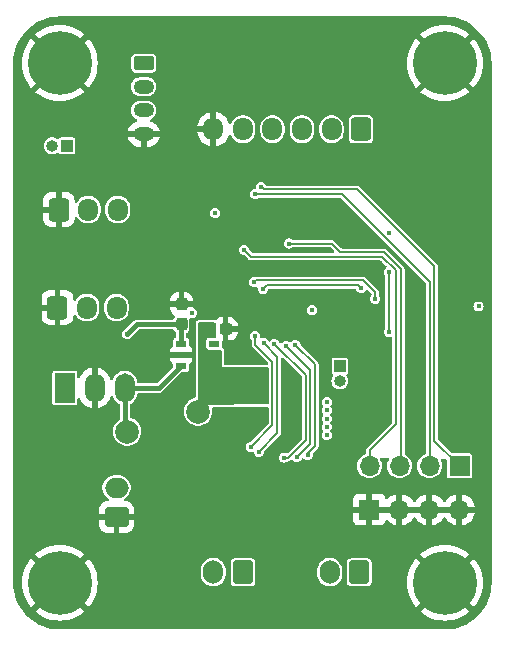
<source format=gbr>
%TF.GenerationSoftware,KiCad,Pcbnew,8.0.8*%
%TF.CreationDate,2025-02-05T17:51:18+01:00*%
%TF.ProjectId,Janus_finalV,4a616e75-735f-4666-996e-616c562e6b69,rev?*%
%TF.SameCoordinates,Original*%
%TF.FileFunction,Copper,L4,Bot*%
%TF.FilePolarity,Positive*%
%FSLAX46Y46*%
G04 Gerber Fmt 4.6, Leading zero omitted, Abs format (unit mm)*
G04 Created by KiCad (PCBNEW 8.0.8) date 2025-02-05 17:51:18*
%MOMM*%
%LPD*%
G01*
G04 APERTURE LIST*
G04 Aperture macros list*
%AMRoundRect*
0 Rectangle with rounded corners*
0 $1 Rounding radius*
0 $2 $3 $4 $5 $6 $7 $8 $9 X,Y pos of 4 corners*
0 Add a 4 corners polygon primitive as box body*
4,1,4,$2,$3,$4,$5,$6,$7,$8,$9,$2,$3,0*
0 Add four circle primitives for the rounded corners*
1,1,$1+$1,$2,$3*
1,1,$1+$1,$4,$5*
1,1,$1+$1,$6,$7*
1,1,$1+$1,$8,$9*
0 Add four rect primitives between the rounded corners*
20,1,$1+$1,$2,$3,$4,$5,0*
20,1,$1+$1,$4,$5,$6,$7,0*
20,1,$1+$1,$6,$7,$8,$9,0*
20,1,$1+$1,$8,$9,$2,$3,0*%
G04 Aperture macros list end*
%TA.AperFunction,ComponentPad*%
%ADD10R,1.700000X1.700000*%
%TD*%
%TA.AperFunction,ComponentPad*%
%ADD11O,1.700000X1.700000*%
%TD*%
%TA.AperFunction,ComponentPad*%
%ADD12C,5.400000*%
%TD*%
%TA.AperFunction,ComponentPad*%
%ADD13RoundRect,0.250000X-0.625000X0.350000X-0.625000X-0.350000X0.625000X-0.350000X0.625000X0.350000X0*%
%TD*%
%TA.AperFunction,ComponentPad*%
%ADD14O,1.750000X1.200000*%
%TD*%
%TA.AperFunction,ComponentPad*%
%ADD15R,1.000000X1.000000*%
%TD*%
%TA.AperFunction,ComponentPad*%
%ADD16O,1.000000X1.000000*%
%TD*%
%TA.AperFunction,ComponentPad*%
%ADD17R,1.700000X2.500000*%
%TD*%
%TA.AperFunction,ComponentPad*%
%ADD18O,1.700000X2.500000*%
%TD*%
%TA.AperFunction,ComponentPad*%
%ADD19RoundRect,0.250000X-0.600000X-0.725000X0.600000X-0.725000X0.600000X0.725000X-0.600000X0.725000X0*%
%TD*%
%TA.AperFunction,ComponentPad*%
%ADD20O,1.700000X1.950000*%
%TD*%
%TA.AperFunction,ComponentPad*%
%ADD21RoundRect,0.250000X0.600000X0.725000X-0.600000X0.725000X-0.600000X-0.725000X0.600000X-0.725000X0*%
%TD*%
%TA.AperFunction,SMDPad,CuDef*%
%ADD22C,2.000000*%
%TD*%
%TA.AperFunction,ComponentPad*%
%ADD23RoundRect,0.250000X0.600000X0.750000X-0.600000X0.750000X-0.600000X-0.750000X0.600000X-0.750000X0*%
%TD*%
%TA.AperFunction,ComponentPad*%
%ADD24O,1.700000X2.000000*%
%TD*%
%TA.AperFunction,ComponentPad*%
%ADD25RoundRect,0.250000X0.750000X-0.600000X0.750000X0.600000X-0.750000X0.600000X-0.750000X-0.600000X0*%
%TD*%
%TA.AperFunction,ComponentPad*%
%ADD26O,2.000000X1.700000*%
%TD*%
%TA.AperFunction,SMDPad,CuDef*%
%ADD27R,0.900000X0.600000*%
%TD*%
%TA.AperFunction,SMDPad,CuDef*%
%ADD28RoundRect,0.237500X-0.300000X-0.237500X0.300000X-0.237500X0.300000X0.237500X-0.300000X0.237500X0*%
%TD*%
%TA.AperFunction,SMDPad,CuDef*%
%ADD29RoundRect,0.237500X0.237500X-0.300000X0.237500X0.300000X-0.237500X0.300000X-0.237500X-0.300000X0*%
%TD*%
%TA.AperFunction,ViaPad*%
%ADD30C,0.450000*%
%TD*%
%TA.AperFunction,Conductor*%
%ADD31C,0.400000*%
%TD*%
%TA.AperFunction,Conductor*%
%ADD32C,0.200000*%
%TD*%
G04 APERTURE END LIST*
D10*
%TO.P,J14,1,Pin_1*%
%TO.N,GND*%
X140600000Y-79400000D03*
D11*
%TO.P,J14,2,Pin_2*%
X143140000Y-79400000D03*
%TO.P,J14,3,Pin_3*%
X145680000Y-79400000D03*
%TO.P,J14,4,Pin_4*%
X148220000Y-79400000D03*
%TD*%
D12*
%TO.P,H2,1,1*%
%TO.N,GND*%
X147000000Y-85600000D03*
%TD*%
D13*
%TO.P,J2,1,Pin_1*%
%TO.N,+5V*%
X121500000Y-41600000D03*
D14*
%TO.P,J2,2,Pin_2*%
%TO.N,Triger*%
X121500000Y-43600000D03*
%TO.P,J2,3,Pin_3*%
%TO.N,Echo*%
X121500000Y-45600000D03*
%TO.P,J2,4,Pin_4*%
%TO.N,GND*%
X121500000Y-47600000D03*
%TD*%
D15*
%TO.P,J13,1,Pin_1*%
%TO.N,+3.3V*%
X138100000Y-67250000D03*
D16*
%TO.P,J13,2,Pin_2*%
X138100000Y-68520000D03*
%TD*%
D17*
%TO.P,J4,1,IN*%
%TO.N,+7.5V*%
X114820000Y-69100000D03*
D18*
%TO.P,J4,2,GND*%
%TO.N,GND*%
X117360000Y-69100000D03*
%TO.P,J4,3,OUT*%
%TO.N,+5V*%
X119900000Y-69100000D03*
%TD*%
D12*
%TO.P,H1,1,1*%
%TO.N,GND*%
X114400000Y-41600000D03*
%TD*%
D19*
%TO.P,J5,1,Pin_1*%
%TO.N,GND*%
X114200000Y-62300000D03*
D20*
%TO.P,J5,2,Pin_2*%
%TO.N,+5V*%
X116700000Y-62300000D03*
%TO.P,J5,3,Pin_3*%
%TO.N,PWM_Servo2*%
X119200000Y-62300000D03*
%TD*%
D19*
%TO.P,J6,1,Pin_1*%
%TO.N,GND*%
X114300000Y-54000000D03*
D20*
%TO.P,J6,2,Pin_2*%
%TO.N,+5V*%
X116800000Y-54000000D03*
%TO.P,J6,3,Pin_3*%
%TO.N,PWM_Servo1*%
X119300000Y-54000000D03*
%TD*%
D15*
%TO.P,J12,1,Pin_1*%
%TO.N,+5V*%
X115000000Y-48600000D03*
D16*
%TO.P,J12,2,Pin_2*%
X113730000Y-48600000D03*
%TD*%
D10*
%TO.P,J11,1,Pin_1*%
%TO.N,GPIO1*%
X148240000Y-75700000D03*
D11*
%TO.P,J11,2,Pin_2*%
%TO.N,GPIO2*%
X145700000Y-75700000D03*
%TO.P,J11,3,Pin_3*%
%TO.N,GPIO3*%
X143160000Y-75700000D03*
%TO.P,J11,4,Pin_4*%
%TO.N,GPIO4*%
X140620000Y-75700000D03*
%TD*%
D12*
%TO.P,H3,1,1*%
%TO.N,GND*%
X147000000Y-41600000D03*
%TD*%
%TO.P,H4,1,1*%
%TO.N,GND*%
X114400000Y-85600000D03*
%TD*%
D21*
%TO.P,J8,1,Pin_1*%
%TO.N,+5V*%
X139900000Y-47200000D03*
D20*
%TO.P,J8,2,Pin_2*%
%TO.N,IR_1*%
X137400000Y-47200000D03*
%TO.P,J8,3,Pin_3*%
%TO.N,IR_2*%
X134900000Y-47200000D03*
%TO.P,J8,4,Pin_4*%
%TO.N,IR_3*%
X132400000Y-47200000D03*
%TO.P,J8,5,Pin_5*%
%TO.N,IR_4*%
X129900000Y-47200000D03*
%TO.P,J8,6,Pin_6*%
%TO.N,GND*%
X127400000Y-47200000D03*
%TD*%
D22*
%TO.P,TP2,1,1*%
%TO.N,+3.3V*%
X126100000Y-71100000D03*
%TD*%
D23*
%TO.P,J9,1,Pin_1*%
%TO.N,AO2*%
X129900000Y-84700000D03*
D24*
%TO.P,J9,2,Pin_2*%
%TO.N,AO1*%
X127400000Y-84700000D03*
%TD*%
D25*
%TO.P,J1,1,Pin_1*%
%TO.N,GND*%
X119200000Y-80050000D03*
D26*
%TO.P,J1,2,Pin_2*%
%TO.N,+7.5V*%
X119200000Y-77550000D03*
%TD*%
D22*
%TO.P,TP1,1,1*%
%TO.N,+5V*%
X120100000Y-72800000D03*
%TD*%
D23*
%TO.P,J10,1,Pin_1*%
%TO.N,BO1*%
X139750000Y-84700000D03*
D24*
%TO.P,J10,2,Pin_2*%
%TO.N,BO2*%
X137250000Y-84700000D03*
%TD*%
D27*
%TO.P,J3,1,VIN*%
%TO.N,+5V*%
X124662500Y-67250000D03*
%TO.P,J3,2,GND*%
%TO.N,GND*%
X124662500Y-66300000D03*
%TO.P,J3,3,STBY*%
%TO.N,+5V*%
X124662500Y-65350000D03*
%TO.P,J3,4,N.C.*%
%TO.N,unconnected-(J3-N.C.-Pad4)*%
X127462500Y-65350000D03*
%TO.P,J3,5,VOUT*%
%TO.N,+3.3V*%
X127462500Y-67250000D03*
%TD*%
D28*
%TO.P,C2,1*%
%TO.N,+3.3V*%
X126700000Y-64100000D03*
%TO.P,C2,2*%
%TO.N,GND*%
X128425000Y-64100000D03*
%TD*%
D29*
%TO.P,C1,1*%
%TO.N,+5V*%
X124700000Y-63725000D03*
%TO.P,C1,2*%
%TO.N,GND*%
X124700000Y-62000000D03*
%TD*%
D30*
%TO.N,GND*%
X150500000Y-71240000D03*
X150500000Y-61080000D03*
X125300000Y-69300000D03*
X123550000Y-57100000D03*
X132170000Y-39400000D03*
X134710000Y-41940000D03*
X124550000Y-39400000D03*
X129400000Y-71100000D03*
X135870000Y-89150000D03*
X128700000Y-60950000D03*
X118090000Y-89150000D03*
X133340000Y-87280000D03*
X110950000Y-53110000D03*
X120630000Y-89150000D03*
X130800000Y-87280000D03*
X138500000Y-70600000D03*
X110950000Y-55650000D03*
X122020000Y-38000000D03*
X134720000Y-38000000D03*
X130500000Y-65800000D03*
X123550000Y-59000000D03*
X129630000Y-44480000D03*
X117680000Y-74040000D03*
X149020000Y-64750000D03*
X129000000Y-77050000D03*
X137050000Y-74700000D03*
X122300000Y-74460000D03*
X112650000Y-64350000D03*
X112600000Y-74040000D03*
X130790000Y-89150000D03*
X130530000Y-51640000D03*
X135880000Y-87280000D03*
X123500000Y-47400000D03*
X115140000Y-81330000D03*
X136300000Y-82800000D03*
X125450000Y-49100000D03*
X110950000Y-75970000D03*
X122300000Y-64500000D03*
X128750000Y-74050000D03*
X144880000Y-38000000D03*
X146460000Y-82140000D03*
X150500000Y-68700000D03*
X142350000Y-41950000D03*
X139790000Y-41940000D03*
X123180000Y-87280000D03*
X137250000Y-44480000D03*
X136000000Y-49450000D03*
X134100000Y-59400000D03*
X118430000Y-48040000D03*
X138410000Y-89150000D03*
X124840000Y-71920000D03*
X122300000Y-71920000D03*
X112650000Y-66890000D03*
X131540000Y-77050000D03*
X137250000Y-39400000D03*
X125720000Y-84740000D03*
X150500000Y-73780000D03*
X115040000Y-56300000D03*
X118430000Y-50580000D03*
X150500000Y-81400000D03*
X149000000Y-82140000D03*
X150500000Y-43300000D03*
X110950000Y-83590000D03*
X144500000Y-67840000D03*
X123500000Y-52480000D03*
X150500000Y-76320000D03*
X147430000Y-51980000D03*
X130450000Y-75100000D03*
X112600000Y-78790000D03*
X136100000Y-63600000D03*
X143920000Y-82140000D03*
X117730000Y-66890000D03*
X150500000Y-78860000D03*
X134650000Y-68450000D03*
X139800000Y-38000000D03*
X126980000Y-76550000D03*
X118100000Y-87280000D03*
X110950000Y-78510000D03*
X129100000Y-82800000D03*
X118430000Y-45500000D03*
X150500000Y-50920000D03*
X118100000Y-84740000D03*
X110950000Y-63270000D03*
X110950000Y-45490000D03*
X110950000Y-60730000D03*
X142350000Y-49440000D03*
X116940000Y-38000000D03*
X127100000Y-38000000D03*
X134080000Y-77050000D03*
X117580000Y-56300000D03*
X141380000Y-84680000D03*
X142350000Y-44450000D03*
X110950000Y-58190000D03*
X122300000Y-60200000D03*
X118100000Y-82200000D03*
X144890000Y-51980000D03*
X134050000Y-64200000D03*
X129630000Y-41940000D03*
X123170000Y-89150000D03*
X139000000Y-58650000D03*
X120640000Y-82200000D03*
X110950000Y-70890000D03*
X150500000Y-83940000D03*
X115040000Y-58840000D03*
X122300000Y-66840000D03*
X125720000Y-82200000D03*
X127090000Y-41940000D03*
X141350000Y-89150000D03*
X128900000Y-65500000D03*
X128900000Y-66500000D03*
X125720000Y-87280000D03*
X150500000Y-56000000D03*
X141500000Y-58550000D03*
X110950000Y-81050000D03*
X123180000Y-84740000D03*
X115890000Y-45500000D03*
X117580000Y-58840000D03*
X130530000Y-49100000D03*
X127090000Y-44480000D03*
X135150000Y-84700000D03*
X118400000Y-39400000D03*
X120120000Y-56300000D03*
X146030000Y-89150000D03*
X121750000Y-73950000D03*
X133700000Y-83250000D03*
X128700000Y-56800000D03*
X112500000Y-58840000D03*
X144890000Y-49440000D03*
X115190000Y-66890000D03*
X113350000Y-45500000D03*
X120640000Y-84740000D03*
X125710000Y-89150000D03*
X142600000Y-53800000D03*
X144890000Y-46900000D03*
X124440000Y-76550000D03*
X132100000Y-61500000D03*
X126980000Y-79090000D03*
X137200000Y-57400000D03*
X150500000Y-45840000D03*
X124250000Y-55250000D03*
X129650000Y-74550000D03*
X125450000Y-51640000D03*
X138540000Y-49450000D03*
X135100000Y-81700000D03*
X121850000Y-55450000D03*
X132600000Y-57400000D03*
X124550000Y-41940000D03*
X137250000Y-64700000D03*
X137750000Y-58650000D03*
X139790000Y-44480000D03*
X118400000Y-41940000D03*
X144500000Y-72920000D03*
X129640000Y-38000000D03*
X122300000Y-58050000D03*
X147430000Y-49440000D03*
X142350000Y-39400000D03*
X134710000Y-39400000D03*
X150500000Y-48380000D03*
X130100000Y-59700000D03*
X127090000Y-39400000D03*
X134650000Y-69500000D03*
X124440000Y-79090000D03*
X122300000Y-69800000D03*
X145900000Y-56700000D03*
X123500000Y-73950000D03*
X137000000Y-69400000D03*
X115550000Y-89150000D03*
X144500000Y-70380000D03*
X120600000Y-61850000D03*
X134000000Y-70200000D03*
X123500000Y-49940000D03*
X142340000Y-38000000D03*
X150500000Y-63620000D03*
X150500000Y-53460000D03*
X115140000Y-78790000D03*
X137000000Y-53900000D03*
X124560000Y-38000000D03*
X131100000Y-61500000D03*
X115140000Y-76250000D03*
X127990000Y-49100000D03*
X133330000Y-89150000D03*
X134100000Y-55800000D03*
X119480000Y-38000000D03*
X110950000Y-65810000D03*
X128260000Y-87280000D03*
X110950000Y-68350000D03*
X132180000Y-38000000D03*
X120000000Y-75900000D03*
X134900000Y-53900000D03*
X110950000Y-50570000D03*
X112600000Y-71500000D03*
X141380000Y-87220000D03*
X125350000Y-60650000D03*
X134000000Y-71000000D03*
X120800000Y-74900000D03*
X147430000Y-46900000D03*
X137750000Y-82800000D03*
X125750000Y-57050000D03*
X130500000Y-66650000D03*
X115140000Y-71500000D03*
X138500000Y-72600000D03*
X124550000Y-44480000D03*
X120640000Y-87280000D03*
X124650000Y-59000000D03*
X128700000Y-58300000D03*
X130200000Y-81900000D03*
X134600000Y-50800000D03*
X115190000Y-64350000D03*
X112600000Y-81330000D03*
X123180000Y-82200000D03*
X150500000Y-58540000D03*
X128700000Y-59700000D03*
X121900000Y-79090000D03*
X128250000Y-89150000D03*
X132350000Y-81900000D03*
X141380000Y-82140000D03*
X117730000Y-64350000D03*
X142350000Y-46900000D03*
X130100000Y-61500000D03*
X127380000Y-71920000D03*
X126650000Y-62100000D03*
X133450000Y-67250000D03*
X115140000Y-74040000D03*
X144000000Y-64000000D03*
X134100000Y-61100000D03*
X143490000Y-89150000D03*
X132600000Y-55800000D03*
X141400000Y-64750000D03*
X142350000Y-51980000D03*
X121900000Y-76550000D03*
X132170000Y-44480000D03*
X137250000Y-41940000D03*
X132170000Y-41940000D03*
X129630000Y-39400000D03*
X117680000Y-71500000D03*
X120120000Y-58840000D03*
X138420000Y-87280000D03*
X110950000Y-48030000D03*
X110950000Y-42950000D03*
X150500000Y-66160000D03*
X112500000Y-56300000D03*
X134710000Y-44480000D03*
X137260000Y-38000000D03*
X125850000Y-59000000D03*
X136620000Y-77050000D03*
X112600000Y-76250000D03*
X139790000Y-39400000D03*
X140400000Y-58600000D03*
X144500000Y-65300000D03*
X110950000Y-73430000D03*
X125300000Y-68400000D03*
%TO.N,+5V*%
X120100000Y-64550000D03*
%TO.N,+3.3V*%
X127800000Y-69300000D03*
X135750000Y-62500000D03*
X129400000Y-69800000D03*
X127800000Y-68400000D03*
X126900000Y-69300000D03*
X130500000Y-67750000D03*
X128700000Y-69300000D03*
X126900000Y-68400000D03*
X142300000Y-55950000D03*
X128700000Y-68400000D03*
X127550000Y-54300000D03*
X130500001Y-68600001D03*
X149850000Y-62200000D03*
X125600000Y-62750000D03*
X128700000Y-67700000D03*
%TO.N,+7.5V*%
X137000000Y-72400000D03*
X137000000Y-73100000D03*
X137000000Y-70300000D03*
X137000000Y-71000000D03*
X137000000Y-71700000D03*
%TO.N,NRST*%
X142250000Y-59300000D03*
X142250000Y-64350000D03*
%TO.N,BIN2*%
X133553652Y-65526383D03*
X134471232Y-74971232D03*
%TO.N,PWMA*%
X130950000Y-64726818D03*
X130550000Y-74100000D03*
%TO.N,BIN1*%
X132571082Y-65392343D03*
X133400000Y-75000000D03*
%TO.N,STBY*%
X131235996Y-74511598D03*
X131655548Y-65325339D03*
%TO.N,PWMB*%
X134350000Y-65450000D03*
X135380853Y-74804075D03*
%TO.N,SWCLK*%
X139925735Y-60674265D03*
X131600000Y-60700000D03*
%TO.N,SWDIO*%
X130850934Y-60150000D03*
X141100000Y-61550000D03*
%TO.N,GPIO4*%
X130000000Y-57400000D03*
%TO.N,GPIO2*%
X130950000Y-52700000D03*
%TO.N,GPIO1*%
X131450000Y-52075499D03*
%TO.N,GPIO3*%
X133800000Y-56875000D03*
%TD*%
D31*
%TO.N,+5V*%
X119900000Y-72600000D02*
X120100000Y-72800000D01*
X122812500Y-69100000D02*
X124662500Y-67250000D01*
X120925000Y-63725000D02*
X120100000Y-64550000D01*
X124662500Y-63762500D02*
X124700000Y-63725000D01*
X124700000Y-63725000D02*
X120925000Y-63725000D01*
X119900000Y-69100000D02*
X119900000Y-72600000D01*
X119900000Y-69100000D02*
X122812500Y-69100000D01*
X124662500Y-65350000D02*
X124662500Y-63762500D01*
D32*
%TO.N,+3.3V*%
X126900000Y-69300000D02*
X126900000Y-70300000D01*
X126900000Y-70300000D02*
X126100000Y-71100000D01*
%TO.N,NRST*%
X142250000Y-64350000D02*
X142250000Y-59300000D01*
%TO.N,BIN2*%
X134471232Y-74971232D02*
X135600000Y-73842464D01*
X135600000Y-67572731D02*
X133553652Y-65526383D01*
X135600000Y-73842464D02*
X135600000Y-67572731D01*
%TO.N,PWMA*%
X132400000Y-66918320D02*
X130950000Y-65468320D01*
X130950000Y-65468320D02*
X130950000Y-64726818D01*
X130550000Y-74100000D02*
X132400000Y-72250000D01*
X132400000Y-72250000D02*
X132400000Y-66918320D01*
%TO.N,BIN1*%
X135200000Y-73500000D02*
X135200000Y-68021261D01*
X135200000Y-68021261D02*
X132571082Y-65392343D01*
X133400000Y-75000000D02*
X133700000Y-75000000D01*
X133700000Y-75000000D02*
X135200000Y-73500000D01*
%TO.N,STBY*%
X131235996Y-74511598D02*
X132800000Y-72947594D01*
X132800000Y-66469791D02*
X131655548Y-65325339D01*
X132800000Y-72947594D02*
X132800000Y-66469791D01*
%TO.N,PWMB*%
X136000000Y-74008150D02*
X136000000Y-67100000D01*
X135380853Y-74627297D02*
X136000000Y-74008150D01*
X136000000Y-67100000D02*
X134350000Y-65450000D01*
X135380853Y-74804075D02*
X135380853Y-74627297D01*
%TO.N,SWCLK*%
X131900000Y-60400000D02*
X131600000Y-60700000D01*
X139651470Y-60400000D02*
X131900000Y-60400000D01*
X139925735Y-60674265D02*
X139651470Y-60400000D01*
%TO.N,SWDIO*%
X131000934Y-60000000D02*
X130850934Y-60150000D01*
X141100000Y-61550000D02*
X141100000Y-61000000D01*
X141100000Y-61000000D02*
X140100000Y-60000000D01*
X140100000Y-60000000D02*
X131000934Y-60000000D01*
%TO.N,GPIO4*%
X142850000Y-59157537D02*
X142850000Y-72150000D01*
X130000000Y-57400000D02*
X130600000Y-58000000D01*
X141692463Y-58000000D02*
X142850000Y-59157537D01*
X142850000Y-72150000D02*
X140620000Y-74380000D01*
X140620000Y-74380000D02*
X140620000Y-75700000D01*
X130600000Y-58000000D02*
X141692463Y-58000000D01*
%TO.N,GPIO2*%
X130950000Y-52700000D02*
X138307537Y-52700000D01*
X138307537Y-52700000D02*
X145700000Y-60092463D01*
X145700000Y-60092463D02*
X145700000Y-75700000D01*
%TO.N,GPIO1*%
X146100000Y-58807537D02*
X146100000Y-73560000D01*
X146100000Y-73560000D02*
X148240000Y-75700000D01*
X131450000Y-52075499D02*
X131674501Y-52300000D01*
X139592463Y-52300000D02*
X146100000Y-58807537D01*
X131674501Y-52300000D02*
X139592463Y-52300000D01*
%TO.N,GPIO3*%
X143300000Y-59041851D02*
X143300000Y-75560000D01*
X138142463Y-57600000D02*
X141858149Y-57600000D01*
X137417463Y-56875000D02*
X138142463Y-57600000D01*
X141858149Y-57600000D02*
X143300000Y-59041851D01*
X133800000Y-56875000D02*
X137417463Y-56875000D01*
X143300000Y-75560000D02*
X143160000Y-75700000D01*
%TD*%
%TA.AperFunction,Conductor*%
%TO.N,GND*%
G36*
X142674075Y-79207007D02*
G01*
X142640000Y-79334174D01*
X142640000Y-79465826D01*
X142674075Y-79592993D01*
X142706988Y-79650000D01*
X141033012Y-79650000D01*
X141065925Y-79592993D01*
X141100000Y-79465826D01*
X141100000Y-79334174D01*
X141065925Y-79207007D01*
X141033012Y-79150000D01*
X142706988Y-79150000D01*
X142674075Y-79207007D01*
G37*
%TD.AperFunction*%
%TA.AperFunction,Conductor*%
G36*
X145214075Y-79207007D02*
G01*
X145180000Y-79334174D01*
X145180000Y-79465826D01*
X145214075Y-79592993D01*
X145246988Y-79650000D01*
X143573012Y-79650000D01*
X143605925Y-79592993D01*
X143640000Y-79465826D01*
X143640000Y-79334174D01*
X143605925Y-79207007D01*
X143573012Y-79150000D01*
X145246988Y-79150000D01*
X145214075Y-79207007D01*
G37*
%TD.AperFunction*%
%TA.AperFunction,Conductor*%
G36*
X147754075Y-79207007D02*
G01*
X147720000Y-79334174D01*
X147720000Y-79465826D01*
X147754075Y-79592993D01*
X147786988Y-79650000D01*
X146113012Y-79650000D01*
X146145925Y-79592993D01*
X146180000Y-79465826D01*
X146180000Y-79334174D01*
X146145925Y-79207007D01*
X146113012Y-79150000D01*
X147786988Y-79150000D01*
X147754075Y-79207007D01*
G37*
%TD.AperFunction*%
%TA.AperFunction,Conductor*%
G36*
X147002855Y-37650632D02*
G01*
X147358697Y-37667083D01*
X147370086Y-37668139D01*
X147720051Y-37716957D01*
X147731295Y-37719059D01*
X148075261Y-37799959D01*
X148086251Y-37803086D01*
X148421306Y-37915385D01*
X148431960Y-37919513D01*
X148755209Y-38062241D01*
X148765436Y-38067333D01*
X149006689Y-38201710D01*
X149074131Y-38239275D01*
X149083869Y-38245304D01*
X149331757Y-38415112D01*
X149375374Y-38444990D01*
X149384511Y-38451890D01*
X149656356Y-38677626D01*
X149664820Y-38685343D01*
X149914656Y-38935179D01*
X149922373Y-38943643D01*
X150148107Y-39215485D01*
X150155009Y-39224625D01*
X150354695Y-39516130D01*
X150360724Y-39525868D01*
X150532659Y-39834550D01*
X150537764Y-39844803D01*
X150680481Y-40168026D01*
X150684619Y-40178706D01*
X150796909Y-40513735D01*
X150800043Y-40524751D01*
X150880938Y-40868696D01*
X150883043Y-40879955D01*
X150931859Y-41229905D01*
X150932916Y-41241309D01*
X150949368Y-41597144D01*
X150949500Y-41602871D01*
X150949500Y-85597128D01*
X150949368Y-85602855D01*
X150932916Y-85958690D01*
X150931859Y-85970094D01*
X150883043Y-86320044D01*
X150880938Y-86331303D01*
X150800043Y-86675248D01*
X150796909Y-86686264D01*
X150684619Y-87021293D01*
X150680481Y-87031973D01*
X150537764Y-87355196D01*
X150532659Y-87365449D01*
X150360724Y-87674131D01*
X150354695Y-87683869D01*
X150155009Y-87975374D01*
X150148107Y-87984514D01*
X149922373Y-88256356D01*
X149914656Y-88264820D01*
X149664820Y-88514656D01*
X149656356Y-88522373D01*
X149384514Y-88748107D01*
X149375374Y-88755009D01*
X149083869Y-88954695D01*
X149074131Y-88960724D01*
X148765449Y-89132659D01*
X148755196Y-89137764D01*
X148431973Y-89280481D01*
X148421293Y-89284619D01*
X148086264Y-89396909D01*
X148075248Y-89400043D01*
X147731303Y-89480938D01*
X147720044Y-89483043D01*
X147370094Y-89531859D01*
X147358690Y-89532916D01*
X147002855Y-89549368D01*
X146997128Y-89549500D01*
X114402872Y-89549500D01*
X114397145Y-89549368D01*
X114041309Y-89532916D01*
X114029905Y-89531859D01*
X113679955Y-89483043D01*
X113668696Y-89480938D01*
X113324751Y-89400043D01*
X113313735Y-89396909D01*
X112978706Y-89284619D01*
X112968026Y-89280481D01*
X112644803Y-89137764D01*
X112634555Y-89132661D01*
X112534830Y-89077115D01*
X112325868Y-88960724D01*
X112316130Y-88954695D01*
X112024625Y-88755009D01*
X112015485Y-88748107D01*
X111743643Y-88522373D01*
X111735179Y-88514656D01*
X111485343Y-88264820D01*
X111477626Y-88256356D01*
X111251892Y-87984514D01*
X111244990Y-87975374D01*
X111045304Y-87683869D01*
X111039275Y-87674131D01*
X110997041Y-87598306D01*
X110867333Y-87365436D01*
X110862241Y-87355209D01*
X110719513Y-87031960D01*
X110715385Y-87021306D01*
X110603086Y-86686251D01*
X110599959Y-86675261D01*
X110519059Y-86331295D01*
X110516956Y-86320044D01*
X110516000Y-86313194D01*
X110468139Y-85970086D01*
X110467083Y-85958690D01*
X110462526Y-85860131D01*
X110450632Y-85602855D01*
X110450566Y-85600000D01*
X111194958Y-85600000D01*
X111215110Y-85958846D01*
X111215112Y-85958858D01*
X111275314Y-86313185D01*
X111275316Y-86313194D01*
X111374812Y-86658552D01*
X111512353Y-86990609D01*
X111512355Y-86990613D01*
X111686215Y-87305189D01*
X111686218Y-87305194D01*
X111894193Y-87598306D01*
X111966843Y-87679601D01*
X113284728Y-86361716D01*
X113370278Y-86479466D01*
X113520534Y-86629722D01*
X113638281Y-86715270D01*
X112320397Y-88033155D01*
X112401693Y-88105806D01*
X112694805Y-88313781D01*
X112694810Y-88313784D01*
X113009386Y-88487644D01*
X113009390Y-88487646D01*
X113341447Y-88625187D01*
X113686805Y-88724683D01*
X113686814Y-88724685D01*
X114041141Y-88784887D01*
X114041153Y-88784889D01*
X114400000Y-88805041D01*
X114758846Y-88784889D01*
X114758858Y-88784887D01*
X115113185Y-88724685D01*
X115113194Y-88724683D01*
X115458552Y-88625187D01*
X115790609Y-88487646D01*
X115790613Y-88487644D01*
X116105189Y-88313784D01*
X116105194Y-88313781D01*
X116398306Y-88105806D01*
X116479601Y-88033155D01*
X115161717Y-86715270D01*
X115279466Y-86629722D01*
X115429722Y-86479466D01*
X115515270Y-86361717D01*
X116833155Y-87679601D01*
X116905806Y-87598306D01*
X117113781Y-87305194D01*
X117113784Y-87305189D01*
X117287644Y-86990613D01*
X117287646Y-86990609D01*
X117425187Y-86658552D01*
X117524683Y-86313194D01*
X117524685Y-86313185D01*
X117584887Y-85958858D01*
X117584889Y-85958846D01*
X117605041Y-85600000D01*
X117584889Y-85241153D01*
X117584887Y-85241141D01*
X117524685Y-84886814D01*
X117524683Y-84886805D01*
X117425187Y-84541447D01*
X117385872Y-84446530D01*
X126349500Y-84446530D01*
X126349500Y-84953469D01*
X126389868Y-85156412D01*
X126389870Y-85156420D01*
X126469058Y-85347596D01*
X126584024Y-85519657D01*
X126730342Y-85665975D01*
X126730345Y-85665977D01*
X126902402Y-85780941D01*
X127093580Y-85860130D01*
X127282187Y-85897646D01*
X127296530Y-85900499D01*
X127296534Y-85900500D01*
X127296535Y-85900500D01*
X127503466Y-85900500D01*
X127503467Y-85900499D01*
X127706420Y-85860130D01*
X127897598Y-85780941D01*
X128069655Y-85665977D01*
X128215977Y-85519655D01*
X128330941Y-85347598D01*
X128410130Y-85156420D01*
X128450500Y-84953465D01*
X128450500Y-84446535D01*
X128410130Y-84243580D01*
X128330941Y-84052402D01*
X128226257Y-83895730D01*
X128849500Y-83895730D01*
X128849500Y-85504269D01*
X128852353Y-85534699D01*
X128852353Y-85534701D01*
X128897206Y-85662880D01*
X128897207Y-85662882D01*
X128977850Y-85772150D01*
X129087118Y-85852793D01*
X129108089Y-85860131D01*
X129215299Y-85897646D01*
X129245730Y-85900500D01*
X129245734Y-85900500D01*
X130554270Y-85900500D01*
X130584699Y-85897646D01*
X130584701Y-85897646D01*
X130648790Y-85875219D01*
X130712882Y-85852793D01*
X130822150Y-85772150D01*
X130902793Y-85662882D01*
X130940252Y-85555830D01*
X130947646Y-85534701D01*
X130947646Y-85534699D01*
X130950500Y-85504269D01*
X130950500Y-84446530D01*
X136199500Y-84446530D01*
X136199500Y-84953469D01*
X136239868Y-85156412D01*
X136239870Y-85156420D01*
X136319058Y-85347596D01*
X136434024Y-85519657D01*
X136580342Y-85665975D01*
X136580345Y-85665977D01*
X136752402Y-85780941D01*
X136943580Y-85860130D01*
X137132187Y-85897646D01*
X137146530Y-85900499D01*
X137146534Y-85900500D01*
X137146535Y-85900500D01*
X137353466Y-85900500D01*
X137353467Y-85900499D01*
X137556420Y-85860130D01*
X137747598Y-85780941D01*
X137919655Y-85665977D01*
X138065977Y-85519655D01*
X138180941Y-85347598D01*
X138260130Y-85156420D01*
X138300500Y-84953465D01*
X138300500Y-84446535D01*
X138260130Y-84243580D01*
X138180941Y-84052402D01*
X138076257Y-83895730D01*
X138699500Y-83895730D01*
X138699500Y-85504269D01*
X138702353Y-85534699D01*
X138702353Y-85534701D01*
X138747206Y-85662880D01*
X138747207Y-85662882D01*
X138827850Y-85772150D01*
X138937118Y-85852793D01*
X138958089Y-85860131D01*
X139065299Y-85897646D01*
X139095730Y-85900500D01*
X139095734Y-85900500D01*
X140404270Y-85900500D01*
X140434699Y-85897646D01*
X140434701Y-85897646D01*
X140498790Y-85875219D01*
X140562882Y-85852793D01*
X140672150Y-85772150D01*
X140752793Y-85662882D01*
X140774796Y-85600000D01*
X143794958Y-85600000D01*
X143815110Y-85958846D01*
X143815112Y-85958858D01*
X143875314Y-86313185D01*
X143875316Y-86313194D01*
X143974812Y-86658552D01*
X144112353Y-86990609D01*
X144112355Y-86990613D01*
X144286215Y-87305189D01*
X144286218Y-87305194D01*
X144494193Y-87598306D01*
X144566843Y-87679601D01*
X145884728Y-86361716D01*
X145970278Y-86479466D01*
X146120534Y-86629722D01*
X146238281Y-86715270D01*
X144920397Y-88033155D01*
X145001693Y-88105806D01*
X145294805Y-88313781D01*
X145294810Y-88313784D01*
X145609386Y-88487644D01*
X145609390Y-88487646D01*
X145941447Y-88625187D01*
X146286805Y-88724683D01*
X146286814Y-88724685D01*
X146641141Y-88784887D01*
X146641153Y-88784889D01*
X147000000Y-88805041D01*
X147358846Y-88784889D01*
X147358858Y-88784887D01*
X147713185Y-88724685D01*
X147713194Y-88724683D01*
X148058552Y-88625187D01*
X148390609Y-88487646D01*
X148390613Y-88487644D01*
X148705189Y-88313784D01*
X148705194Y-88313781D01*
X148998306Y-88105806D01*
X149079601Y-88033155D01*
X147761717Y-86715270D01*
X147879466Y-86629722D01*
X148029722Y-86479466D01*
X148115270Y-86361717D01*
X149433155Y-87679601D01*
X149505806Y-87598306D01*
X149713781Y-87305194D01*
X149713784Y-87305189D01*
X149887644Y-86990613D01*
X149887646Y-86990609D01*
X150025187Y-86658552D01*
X150124683Y-86313194D01*
X150124685Y-86313185D01*
X150184887Y-85958858D01*
X150184889Y-85958846D01*
X150205041Y-85600000D01*
X150184889Y-85241153D01*
X150184887Y-85241141D01*
X150124685Y-84886814D01*
X150124683Y-84886805D01*
X150025187Y-84541447D01*
X149887646Y-84209390D01*
X149887644Y-84209386D01*
X149713784Y-83894810D01*
X149713781Y-83894805D01*
X149505806Y-83601693D01*
X149433155Y-83520397D01*
X148115270Y-84838281D01*
X148029722Y-84720534D01*
X147879466Y-84570278D01*
X147761717Y-84484728D01*
X149079602Y-83166843D01*
X148998306Y-83094193D01*
X148705194Y-82886218D01*
X148705189Y-82886215D01*
X148390613Y-82712355D01*
X148390609Y-82712353D01*
X148058552Y-82574812D01*
X147713194Y-82475316D01*
X147713185Y-82475314D01*
X147358858Y-82415112D01*
X147358846Y-82415110D01*
X147000000Y-82394958D01*
X146641153Y-82415110D01*
X146641141Y-82415112D01*
X146286814Y-82475314D01*
X146286805Y-82475316D01*
X145941447Y-82574812D01*
X145609390Y-82712353D01*
X145609386Y-82712355D01*
X145294810Y-82886215D01*
X145294805Y-82886218D01*
X145001693Y-83094194D01*
X145001685Y-83094199D01*
X144920397Y-83166842D01*
X144920397Y-83166843D01*
X146238282Y-84484728D01*
X146120534Y-84570278D01*
X145970278Y-84720534D01*
X145884728Y-84838282D01*
X144566843Y-83520397D01*
X144566842Y-83520397D01*
X144494199Y-83601685D01*
X144494194Y-83601693D01*
X144286218Y-83894805D01*
X144286215Y-83894810D01*
X144112355Y-84209386D01*
X144112353Y-84209390D01*
X143974812Y-84541447D01*
X143875316Y-84886805D01*
X143875314Y-84886814D01*
X143815112Y-85241141D01*
X143815110Y-85241153D01*
X143794958Y-85600000D01*
X140774796Y-85600000D01*
X140790252Y-85555830D01*
X140797646Y-85534701D01*
X140797646Y-85534699D01*
X140800500Y-85504269D01*
X140800500Y-83895730D01*
X140797646Y-83865300D01*
X140797646Y-83865298D01*
X140752793Y-83737119D01*
X140752792Y-83737117D01*
X140672150Y-83627850D01*
X140562882Y-83547207D01*
X140562880Y-83547206D01*
X140434700Y-83502353D01*
X140404270Y-83499500D01*
X140404266Y-83499500D01*
X139095734Y-83499500D01*
X139095730Y-83499500D01*
X139065300Y-83502353D01*
X139065298Y-83502353D01*
X138937119Y-83547206D01*
X138937117Y-83547207D01*
X138827850Y-83627850D01*
X138747207Y-83737117D01*
X138747206Y-83737119D01*
X138702353Y-83865298D01*
X138702353Y-83865300D01*
X138699500Y-83895730D01*
X138076257Y-83895730D01*
X138065977Y-83880345D01*
X138065975Y-83880342D01*
X137919657Y-83734024D01*
X137833626Y-83676541D01*
X137747598Y-83619059D01*
X137556420Y-83539870D01*
X137556412Y-83539868D01*
X137353469Y-83499500D01*
X137353465Y-83499500D01*
X137146535Y-83499500D01*
X137146530Y-83499500D01*
X136943587Y-83539868D01*
X136943579Y-83539870D01*
X136752403Y-83619058D01*
X136580342Y-83734024D01*
X136434024Y-83880342D01*
X136319058Y-84052403D01*
X136239870Y-84243579D01*
X136239868Y-84243587D01*
X136199500Y-84446530D01*
X130950500Y-84446530D01*
X130950500Y-83895730D01*
X130947646Y-83865300D01*
X130947646Y-83865298D01*
X130902793Y-83737119D01*
X130902792Y-83737117D01*
X130822150Y-83627850D01*
X130712882Y-83547207D01*
X130712880Y-83547206D01*
X130584700Y-83502353D01*
X130554270Y-83499500D01*
X130554266Y-83499500D01*
X129245734Y-83499500D01*
X129245730Y-83499500D01*
X129215300Y-83502353D01*
X129215298Y-83502353D01*
X129087119Y-83547206D01*
X129087117Y-83547207D01*
X128977850Y-83627850D01*
X128897207Y-83737117D01*
X128897206Y-83737119D01*
X128852353Y-83865298D01*
X128852353Y-83865300D01*
X128849500Y-83895730D01*
X128226257Y-83895730D01*
X128215977Y-83880345D01*
X128215975Y-83880342D01*
X128069657Y-83734024D01*
X127983626Y-83676541D01*
X127897598Y-83619059D01*
X127706420Y-83539870D01*
X127706412Y-83539868D01*
X127503469Y-83499500D01*
X127503465Y-83499500D01*
X127296535Y-83499500D01*
X127296530Y-83499500D01*
X127093587Y-83539868D01*
X127093579Y-83539870D01*
X126902403Y-83619058D01*
X126730342Y-83734024D01*
X126584024Y-83880342D01*
X126469058Y-84052403D01*
X126389870Y-84243579D01*
X126389868Y-84243587D01*
X126349500Y-84446530D01*
X117385872Y-84446530D01*
X117287646Y-84209390D01*
X117287644Y-84209386D01*
X117113784Y-83894810D01*
X117113781Y-83894805D01*
X116905806Y-83601693D01*
X116833155Y-83520397D01*
X115515270Y-84838281D01*
X115429722Y-84720534D01*
X115279466Y-84570278D01*
X115161717Y-84484728D01*
X116479602Y-83166843D01*
X116398306Y-83094193D01*
X116105194Y-82886218D01*
X116105189Y-82886215D01*
X115790613Y-82712355D01*
X115790609Y-82712353D01*
X115458552Y-82574812D01*
X115113194Y-82475316D01*
X115113185Y-82475314D01*
X114758858Y-82415112D01*
X114758846Y-82415110D01*
X114400000Y-82394958D01*
X114041153Y-82415110D01*
X114041141Y-82415112D01*
X113686814Y-82475314D01*
X113686805Y-82475316D01*
X113341447Y-82574812D01*
X113009390Y-82712353D01*
X113009386Y-82712355D01*
X112694810Y-82886215D01*
X112694805Y-82886218D01*
X112401693Y-83094194D01*
X112401685Y-83094199D01*
X112320397Y-83166842D01*
X112320397Y-83166843D01*
X113638282Y-84484728D01*
X113520534Y-84570278D01*
X113370278Y-84720534D01*
X113284728Y-84838282D01*
X111966843Y-83520397D01*
X111966842Y-83520397D01*
X111894199Y-83601685D01*
X111894194Y-83601693D01*
X111686218Y-83894805D01*
X111686215Y-83894810D01*
X111512355Y-84209386D01*
X111512353Y-84209390D01*
X111374812Y-84541447D01*
X111275316Y-84886805D01*
X111275314Y-84886814D01*
X111215112Y-85241141D01*
X111215110Y-85241153D01*
X111194958Y-85600000D01*
X110450566Y-85600000D01*
X110450500Y-85597128D01*
X110450500Y-79400013D01*
X117700000Y-79400013D01*
X117700000Y-79800000D01*
X118766988Y-79800000D01*
X118734075Y-79857007D01*
X118700000Y-79984174D01*
X118700000Y-80115826D01*
X118734075Y-80242993D01*
X118766988Y-80300000D01*
X117700001Y-80300000D01*
X117700001Y-80699986D01*
X117710494Y-80802697D01*
X117765641Y-80969119D01*
X117765643Y-80969124D01*
X117857684Y-81118345D01*
X117981654Y-81242315D01*
X118130875Y-81334356D01*
X118130880Y-81334358D01*
X118297302Y-81389505D01*
X118297309Y-81389506D01*
X118400019Y-81399999D01*
X118949999Y-81399999D01*
X118950000Y-81399998D01*
X118950000Y-80483012D01*
X119007007Y-80515925D01*
X119134174Y-80550000D01*
X119265826Y-80550000D01*
X119392993Y-80515925D01*
X119450000Y-80483012D01*
X119450000Y-81399999D01*
X119999972Y-81399999D01*
X119999986Y-81399998D01*
X120102697Y-81389505D01*
X120269119Y-81334358D01*
X120269124Y-81334356D01*
X120418345Y-81242315D01*
X120542315Y-81118345D01*
X120634356Y-80969124D01*
X120634358Y-80969119D01*
X120689505Y-80802697D01*
X120689506Y-80802690D01*
X120699999Y-80699986D01*
X120700000Y-80699973D01*
X120700000Y-80300000D01*
X119633012Y-80300000D01*
X119665925Y-80242993D01*
X119700000Y-80115826D01*
X119700000Y-79984174D01*
X119665925Y-79857007D01*
X119633012Y-79800000D01*
X120699999Y-79800000D01*
X120699999Y-79400028D01*
X120699998Y-79400013D01*
X120689505Y-79297302D01*
X120634358Y-79130880D01*
X120634356Y-79130875D01*
X120542315Y-78981654D01*
X120418345Y-78857684D01*
X120269124Y-78765643D01*
X120269119Y-78765641D01*
X120102697Y-78710494D01*
X120102690Y-78710493D01*
X119999986Y-78700000D01*
X119928526Y-78700000D01*
X119861487Y-78680315D01*
X119815732Y-78627511D01*
X119805788Y-78558353D01*
X119831453Y-78502155D01*
X139250000Y-78502155D01*
X139250000Y-79150000D01*
X140166988Y-79150000D01*
X140134075Y-79207007D01*
X140100000Y-79334174D01*
X140100000Y-79465826D01*
X140134075Y-79592993D01*
X140166988Y-79650000D01*
X139250000Y-79650000D01*
X139250000Y-80297844D01*
X139256401Y-80357372D01*
X139256403Y-80357379D01*
X139306645Y-80492086D01*
X139306649Y-80492093D01*
X139392809Y-80607187D01*
X139392812Y-80607190D01*
X139507906Y-80693350D01*
X139507913Y-80693354D01*
X139642620Y-80743596D01*
X139642627Y-80743598D01*
X139702155Y-80749999D01*
X139702172Y-80750000D01*
X140350000Y-80750000D01*
X140350000Y-79833012D01*
X140407007Y-79865925D01*
X140534174Y-79900000D01*
X140665826Y-79900000D01*
X140792993Y-79865925D01*
X140850000Y-79833012D01*
X140850000Y-80750000D01*
X141497828Y-80750000D01*
X141497844Y-80749999D01*
X141557372Y-80743598D01*
X141557379Y-80743596D01*
X141692086Y-80693354D01*
X141692093Y-80693350D01*
X141807187Y-80607190D01*
X141807190Y-80607187D01*
X141893350Y-80492093D01*
X141893354Y-80492086D01*
X141942614Y-80360013D01*
X141984485Y-80304079D01*
X142049949Y-80279662D01*
X142118222Y-80294513D01*
X142146477Y-80315665D01*
X142268917Y-80438105D01*
X142462421Y-80573600D01*
X142676507Y-80673429D01*
X142676516Y-80673433D01*
X142890000Y-80730634D01*
X142890000Y-79833012D01*
X142947007Y-79865925D01*
X143074174Y-79900000D01*
X143205826Y-79900000D01*
X143332993Y-79865925D01*
X143390000Y-79833012D01*
X143390000Y-80730633D01*
X143603483Y-80673433D01*
X143603492Y-80673429D01*
X143817578Y-80573600D01*
X144011082Y-80438105D01*
X144178105Y-80271082D01*
X144308425Y-80084968D01*
X144363002Y-80041344D01*
X144432501Y-80034151D01*
X144494855Y-80065673D01*
X144511575Y-80084968D01*
X144641894Y-80271082D01*
X144808917Y-80438105D01*
X145002421Y-80573600D01*
X145216507Y-80673429D01*
X145216516Y-80673433D01*
X145430000Y-80730634D01*
X145430000Y-79833012D01*
X145487007Y-79865925D01*
X145614174Y-79900000D01*
X145745826Y-79900000D01*
X145872993Y-79865925D01*
X145930000Y-79833012D01*
X145930000Y-80730633D01*
X146143483Y-80673433D01*
X146143492Y-80673429D01*
X146357578Y-80573600D01*
X146551082Y-80438105D01*
X146718105Y-80271082D01*
X146848425Y-80084968D01*
X146903002Y-80041344D01*
X146972501Y-80034151D01*
X147034855Y-80065673D01*
X147051575Y-80084968D01*
X147181894Y-80271082D01*
X147348917Y-80438105D01*
X147542421Y-80573600D01*
X147756507Y-80673429D01*
X147756516Y-80673433D01*
X147970000Y-80730634D01*
X147970000Y-79833012D01*
X148027007Y-79865925D01*
X148154174Y-79900000D01*
X148285826Y-79900000D01*
X148412993Y-79865925D01*
X148470000Y-79833012D01*
X148470000Y-80730633D01*
X148683483Y-80673433D01*
X148683492Y-80673429D01*
X148897578Y-80573600D01*
X149091082Y-80438105D01*
X149258105Y-80271082D01*
X149393600Y-80077578D01*
X149493429Y-79863492D01*
X149493432Y-79863486D01*
X149550636Y-79650000D01*
X148653012Y-79650000D01*
X148685925Y-79592993D01*
X148720000Y-79465826D01*
X148720000Y-79334174D01*
X148685925Y-79207007D01*
X148653012Y-79150000D01*
X149550636Y-79150000D01*
X149550635Y-79149999D01*
X149493432Y-78936513D01*
X149493429Y-78936507D01*
X149393600Y-78722422D01*
X149393599Y-78722420D01*
X149258113Y-78528926D01*
X149258108Y-78528920D01*
X149091082Y-78361894D01*
X148897578Y-78226399D01*
X148683492Y-78126570D01*
X148683486Y-78126567D01*
X148470000Y-78069364D01*
X148470000Y-78966988D01*
X148412993Y-78934075D01*
X148285826Y-78900000D01*
X148154174Y-78900000D01*
X148027007Y-78934075D01*
X147970000Y-78966988D01*
X147970000Y-78069364D01*
X147969999Y-78069364D01*
X147756513Y-78126567D01*
X147756507Y-78126570D01*
X147542422Y-78226399D01*
X147542420Y-78226400D01*
X147348926Y-78361886D01*
X147348920Y-78361891D01*
X147181891Y-78528920D01*
X147181890Y-78528922D01*
X147051575Y-78715031D01*
X146996998Y-78758655D01*
X146927499Y-78765848D01*
X146865145Y-78734326D01*
X146848425Y-78715031D01*
X146718109Y-78528922D01*
X146718108Y-78528920D01*
X146551082Y-78361894D01*
X146357578Y-78226399D01*
X146143492Y-78126570D01*
X146143486Y-78126567D01*
X145930000Y-78069364D01*
X145930000Y-78966988D01*
X145872993Y-78934075D01*
X145745826Y-78900000D01*
X145614174Y-78900000D01*
X145487007Y-78934075D01*
X145430000Y-78966988D01*
X145430000Y-78069364D01*
X145429999Y-78069364D01*
X145216513Y-78126567D01*
X145216507Y-78126570D01*
X145002422Y-78226399D01*
X145002420Y-78226400D01*
X144808926Y-78361886D01*
X144808920Y-78361891D01*
X144641891Y-78528920D01*
X144641890Y-78528922D01*
X144511575Y-78715031D01*
X144456998Y-78758655D01*
X144387499Y-78765848D01*
X144325145Y-78734326D01*
X144308425Y-78715031D01*
X144178109Y-78528922D01*
X144178108Y-78528920D01*
X144011082Y-78361894D01*
X143817578Y-78226399D01*
X143603492Y-78126570D01*
X143603486Y-78126567D01*
X143390000Y-78069364D01*
X143390000Y-78966988D01*
X143332993Y-78934075D01*
X143205826Y-78900000D01*
X143074174Y-78900000D01*
X142947007Y-78934075D01*
X142890000Y-78966988D01*
X142890000Y-78069364D01*
X142889999Y-78069364D01*
X142676513Y-78126567D01*
X142676507Y-78126570D01*
X142462422Y-78226399D01*
X142462420Y-78226400D01*
X142268926Y-78361886D01*
X142146477Y-78484335D01*
X142085154Y-78517819D01*
X142015462Y-78512835D01*
X141959529Y-78470963D01*
X141942614Y-78439986D01*
X141893354Y-78307913D01*
X141893350Y-78307906D01*
X141807190Y-78192812D01*
X141807187Y-78192809D01*
X141692093Y-78106649D01*
X141692086Y-78106645D01*
X141557379Y-78056403D01*
X141557372Y-78056401D01*
X141497844Y-78050000D01*
X140850000Y-78050000D01*
X140850000Y-78966988D01*
X140792993Y-78934075D01*
X140665826Y-78900000D01*
X140534174Y-78900000D01*
X140407007Y-78934075D01*
X140350000Y-78966988D01*
X140350000Y-78050000D01*
X139702155Y-78050000D01*
X139642627Y-78056401D01*
X139642620Y-78056403D01*
X139507913Y-78106645D01*
X139507906Y-78106649D01*
X139392812Y-78192809D01*
X139392809Y-78192812D01*
X139306649Y-78307906D01*
X139306645Y-78307913D01*
X139256403Y-78442620D01*
X139256401Y-78442627D01*
X139250000Y-78502155D01*
X119831453Y-78502155D01*
X119834813Y-78494797D01*
X119859633Y-78472899D01*
X120019655Y-78365977D01*
X120165977Y-78219655D01*
X120280941Y-78047598D01*
X120360130Y-77856420D01*
X120400500Y-77653465D01*
X120400500Y-77446535D01*
X120360130Y-77243580D01*
X120280941Y-77052402D01*
X120165977Y-76880345D01*
X120165975Y-76880342D01*
X120019657Y-76734024D01*
X119861322Y-76628229D01*
X119847598Y-76619059D01*
X119728551Y-76569748D01*
X119656420Y-76539870D01*
X119656412Y-76539868D01*
X119453469Y-76499500D01*
X119453465Y-76499500D01*
X118946535Y-76499500D01*
X118946530Y-76499500D01*
X118743587Y-76539868D01*
X118743579Y-76539870D01*
X118552403Y-76619058D01*
X118380342Y-76734024D01*
X118234024Y-76880342D01*
X118119058Y-77052403D01*
X118039870Y-77243579D01*
X118039868Y-77243587D01*
X117999500Y-77446530D01*
X117999500Y-77653469D01*
X118039868Y-77856412D01*
X118039870Y-77856420D01*
X118119059Y-78047598D01*
X118158513Y-78106645D01*
X118234024Y-78219657D01*
X118380342Y-78365975D01*
X118380345Y-78365977D01*
X118540367Y-78472899D01*
X118585170Y-78526509D01*
X118593878Y-78595834D01*
X118563724Y-78658862D01*
X118504282Y-78695581D01*
X118471477Y-78700000D01*
X118400029Y-78700000D01*
X118400012Y-78700001D01*
X118297302Y-78710494D01*
X118130880Y-78765641D01*
X118130875Y-78765643D01*
X117981654Y-78857684D01*
X117857684Y-78981654D01*
X117765643Y-79130875D01*
X117765641Y-79130880D01*
X117710494Y-79297302D01*
X117710493Y-79297309D01*
X117700000Y-79400013D01*
X110450500Y-79400013D01*
X110450500Y-67830247D01*
X113769500Y-67830247D01*
X113769500Y-70369752D01*
X113781131Y-70428229D01*
X113781132Y-70428230D01*
X113825447Y-70494552D01*
X113891769Y-70538867D01*
X113891770Y-70538868D01*
X113950247Y-70550499D01*
X113950250Y-70550500D01*
X113950252Y-70550500D01*
X115689750Y-70550500D01*
X115689751Y-70550499D01*
X115704568Y-70547552D01*
X115748229Y-70538868D01*
X115748229Y-70538867D01*
X115748231Y-70538867D01*
X115814552Y-70494552D01*
X115858867Y-70428231D01*
X115858867Y-70428229D01*
X115858868Y-70428229D01*
X115870499Y-70369752D01*
X115870500Y-70369750D01*
X115870500Y-70066048D01*
X115890185Y-69999009D01*
X115942989Y-69953254D01*
X116012147Y-69943310D01*
X116075703Y-69972335D01*
X116105938Y-70014264D01*
X116106694Y-70013879D01*
X116205379Y-70207557D01*
X116330272Y-70379459D01*
X116330276Y-70379464D01*
X116480535Y-70529723D01*
X116480540Y-70529727D01*
X116652442Y-70654620D01*
X116841782Y-70751095D01*
X117043871Y-70816757D01*
X117110000Y-70827231D01*
X117110000Y-69648482D01*
X117128409Y-69659111D01*
X117281009Y-69700000D01*
X117438991Y-69700000D01*
X117591591Y-69659111D01*
X117610000Y-69648482D01*
X117610000Y-70827230D01*
X117676126Y-70816757D01*
X117676129Y-70816757D01*
X117878217Y-70751095D01*
X118067557Y-70654620D01*
X118239459Y-70529727D01*
X118239464Y-70529723D01*
X118389723Y-70379464D01*
X118389727Y-70379459D01*
X118514620Y-70207557D01*
X118611095Y-70018217D01*
X118668343Y-69842026D01*
X118707780Y-69784351D01*
X118772139Y-69757152D01*
X118840985Y-69769066D01*
X118892461Y-69816310D01*
X118900835Y-69832891D01*
X118969058Y-69997596D01*
X119084024Y-70169657D01*
X119230342Y-70315975D01*
X119230345Y-70315977D01*
X119402402Y-70430941D01*
X119422952Y-70439453D01*
X119477356Y-70483293D01*
X119499421Y-70549587D01*
X119499500Y-70554014D01*
X119499500Y-71690754D01*
X119479815Y-71757793D01*
X119440778Y-71796181D01*
X119373436Y-71837877D01*
X119209020Y-71987761D01*
X119074943Y-72165308D01*
X119074938Y-72165316D01*
X118975775Y-72364461D01*
X118975769Y-72364476D01*
X118914885Y-72578462D01*
X118914884Y-72578464D01*
X118894357Y-72799999D01*
X118894357Y-72800000D01*
X118914884Y-73021535D01*
X118914885Y-73021537D01*
X118975769Y-73235523D01*
X118975775Y-73235538D01*
X119074938Y-73434683D01*
X119074943Y-73434691D01*
X119209020Y-73612238D01*
X119373437Y-73762123D01*
X119373439Y-73762125D01*
X119562595Y-73879245D01*
X119562596Y-73879245D01*
X119562599Y-73879247D01*
X119770060Y-73959618D01*
X119988757Y-74000500D01*
X119988759Y-74000500D01*
X120211241Y-74000500D01*
X120211243Y-74000500D01*
X120429940Y-73959618D01*
X120637401Y-73879247D01*
X120826562Y-73762124D01*
X120990981Y-73612236D01*
X121125058Y-73434689D01*
X121224229Y-73235528D01*
X121285115Y-73021536D01*
X121305643Y-72800000D01*
X121300873Y-72748528D01*
X121285115Y-72578464D01*
X121285114Y-72578462D01*
X121272213Y-72533121D01*
X121224229Y-72364472D01*
X121172018Y-72259618D01*
X121125061Y-72165316D01*
X121125056Y-72165308D01*
X120990979Y-71987761D01*
X120826562Y-71837876D01*
X120826560Y-71837874D01*
X120637404Y-71720754D01*
X120637398Y-71720752D01*
X120429940Y-71640382D01*
X120429935Y-71640381D01*
X120429930Y-71640379D01*
X120401714Y-71635105D01*
X120339433Y-71603437D01*
X120304161Y-71543125D01*
X120300500Y-71513217D01*
X120300500Y-71099999D01*
X124894357Y-71099999D01*
X124894357Y-71100000D01*
X124914884Y-71321535D01*
X124914885Y-71321537D01*
X124975769Y-71535523D01*
X124975775Y-71535538D01*
X125074938Y-71734683D01*
X125074943Y-71734691D01*
X125209020Y-71912238D01*
X125373437Y-72062123D01*
X125373439Y-72062125D01*
X125562595Y-72179245D01*
X125562596Y-72179245D01*
X125562599Y-72179247D01*
X125770060Y-72259618D01*
X125988757Y-72300500D01*
X125988759Y-72300500D01*
X126211241Y-72300500D01*
X126211243Y-72300500D01*
X126429940Y-72259618D01*
X126637401Y-72179247D01*
X126826562Y-72062124D01*
X126990981Y-71912236D01*
X127125058Y-71734689D01*
X127224229Y-71535528D01*
X127285115Y-71321536D01*
X127305643Y-71100000D01*
X127285261Y-70880043D01*
X127298676Y-70811477D01*
X127347033Y-70761045D01*
X127407698Y-70744609D01*
X131974468Y-70706552D01*
X132041668Y-70725678D01*
X132087861Y-70778098D01*
X132099500Y-70830548D01*
X132099500Y-72074166D01*
X132079815Y-72141205D01*
X132063181Y-72161847D01*
X130585419Y-73639608D01*
X130524096Y-73673093D01*
X130517136Y-73674400D01*
X130416878Y-73690279D01*
X130296778Y-73751473D01*
X130296774Y-73751476D01*
X130201476Y-73846774D01*
X130201473Y-73846778D01*
X130140279Y-73966878D01*
X130119196Y-74099997D01*
X130119196Y-74100002D01*
X130140279Y-74233121D01*
X130140280Y-74233124D01*
X130140281Y-74233126D01*
X130194960Y-74340439D01*
X130201473Y-74353221D01*
X130201476Y-74353225D01*
X130296774Y-74448523D01*
X130296778Y-74448526D01*
X130296780Y-74448528D01*
X130416874Y-74509719D01*
X130416876Y-74509719D01*
X130416878Y-74509720D01*
X130549998Y-74530804D01*
X130550000Y-74530804D01*
X130550002Y-74530804D01*
X130679440Y-74510303D01*
X130748734Y-74519258D01*
X130802185Y-74564254D01*
X130821311Y-74613376D01*
X130826275Y-74644720D01*
X130826276Y-74644723D01*
X130826277Y-74644724D01*
X130882325Y-74754725D01*
X130887469Y-74764819D01*
X130887472Y-74764823D01*
X130982770Y-74860121D01*
X130982774Y-74860124D01*
X130982776Y-74860126D01*
X131102870Y-74921317D01*
X131102872Y-74921317D01*
X131102874Y-74921318D01*
X131235994Y-74942402D01*
X131235996Y-74942402D01*
X131235998Y-74942402D01*
X131369117Y-74921318D01*
X131369117Y-74921317D01*
X131369122Y-74921317D01*
X131489216Y-74860126D01*
X131584524Y-74764818D01*
X131645715Y-74644724D01*
X131661595Y-74544456D01*
X131691523Y-74481325D01*
X131696369Y-74476194D01*
X133040460Y-73132105D01*
X133080022Y-73063582D01*
X133100500Y-72987156D01*
X133100500Y-72908032D01*
X133100500Y-66646094D01*
X133120185Y-66579055D01*
X133172989Y-66533300D01*
X133242147Y-66523356D01*
X133305703Y-66552381D01*
X133312181Y-66558413D01*
X134863181Y-68109413D01*
X134896666Y-68170736D01*
X134899500Y-68197094D01*
X134899500Y-73324166D01*
X134879815Y-73391205D01*
X134863181Y-73411847D01*
X133697272Y-74577755D01*
X133635949Y-74611240D01*
X133566257Y-74606256D01*
X133553309Y-74600564D01*
X133533126Y-74590281D01*
X133533124Y-74590280D01*
X133533121Y-74590279D01*
X133400002Y-74569196D01*
X133399998Y-74569196D01*
X133266878Y-74590279D01*
X133146778Y-74651473D01*
X133146774Y-74651476D01*
X133051476Y-74746774D01*
X133051473Y-74746778D01*
X132990279Y-74866878D01*
X132969196Y-74999997D01*
X132969196Y-75000000D01*
X132990279Y-75133121D01*
X132990280Y-75133124D01*
X132990281Y-75133126D01*
X133051472Y-75253220D01*
X133051473Y-75253221D01*
X133051476Y-75253225D01*
X133146774Y-75348523D01*
X133146778Y-75348526D01*
X133146780Y-75348528D01*
X133266874Y-75409719D01*
X133266876Y-75409719D01*
X133266878Y-75409720D01*
X133399998Y-75430804D01*
X133400000Y-75430804D01*
X133400002Y-75430804D01*
X133533121Y-75409720D01*
X133533121Y-75409719D01*
X133533126Y-75409719D01*
X133653220Y-75348528D01*
X133665674Y-75336073D01*
X133726992Y-75302588D01*
X133737180Y-75300813D01*
X133739553Y-75300500D01*
X133739562Y-75300500D01*
X133815989Y-75280021D01*
X133884511Y-75240460D01*
X133927026Y-75197944D01*
X133988347Y-75164460D01*
X134058038Y-75169444D01*
X134113972Y-75211315D01*
X134118838Y-75219130D01*
X134122703Y-75224450D01*
X134122703Y-75224451D01*
X134122708Y-75224457D01*
X134218006Y-75319755D01*
X134218010Y-75319758D01*
X134218012Y-75319760D01*
X134338106Y-75380951D01*
X134338108Y-75380951D01*
X134338110Y-75380952D01*
X134471230Y-75402036D01*
X134471232Y-75402036D01*
X134471234Y-75402036D01*
X134604353Y-75380952D01*
X134604353Y-75380951D01*
X134604358Y-75380951D01*
X134724452Y-75319760D01*
X134819760Y-75224452D01*
X134870449Y-75124968D01*
X134918421Y-75074175D01*
X134986242Y-75057379D01*
X135052377Y-75079916D01*
X135068613Y-75093584D01*
X135127627Y-75152598D01*
X135127631Y-75152601D01*
X135127633Y-75152603D01*
X135247727Y-75213794D01*
X135247729Y-75213794D01*
X135247731Y-75213795D01*
X135380851Y-75234879D01*
X135380853Y-75234879D01*
X135380855Y-75234879D01*
X135513974Y-75213795D01*
X135513974Y-75213794D01*
X135513979Y-75213794D01*
X135634073Y-75152603D01*
X135729381Y-75057295D01*
X135790572Y-74937201D01*
X135796164Y-74901893D01*
X135811657Y-74804077D01*
X135811657Y-74804071D01*
X135796573Y-74708833D01*
X135805528Y-74639540D01*
X135831365Y-74601755D01*
X135998805Y-74434315D01*
X136240460Y-74192661D01*
X136269152Y-74142964D01*
X136280021Y-74124139D01*
X136300500Y-74047712D01*
X136300500Y-70299997D01*
X136569196Y-70299997D01*
X136569196Y-70300002D01*
X136590279Y-70433121D01*
X136590280Y-70433124D01*
X136590281Y-70433126D01*
X136651472Y-70553220D01*
X136651473Y-70553221D01*
X136651476Y-70553225D01*
X136660570Y-70562319D01*
X136694055Y-70623642D01*
X136689071Y-70693334D01*
X136660570Y-70737681D01*
X136651476Y-70746774D01*
X136651473Y-70746778D01*
X136590279Y-70866878D01*
X136569196Y-70999997D01*
X136569196Y-71000002D01*
X136590279Y-71133121D01*
X136590280Y-71133124D01*
X136590281Y-71133126D01*
X136651472Y-71253220D01*
X136651473Y-71253221D01*
X136651476Y-71253225D01*
X136660570Y-71262319D01*
X136694055Y-71323642D01*
X136689071Y-71393334D01*
X136660570Y-71437681D01*
X136651476Y-71446774D01*
X136651473Y-71446778D01*
X136590279Y-71566878D01*
X136569196Y-71699997D01*
X136569196Y-71700002D01*
X136590279Y-71833121D01*
X136590280Y-71833124D01*
X136590281Y-71833126D01*
X136592702Y-71837877D01*
X136651473Y-71953221D01*
X136651476Y-71953225D01*
X136660570Y-71962319D01*
X136694055Y-72023642D01*
X136689071Y-72093334D01*
X136660570Y-72137681D01*
X136651476Y-72146774D01*
X136651473Y-72146778D01*
X136590279Y-72266878D01*
X136569196Y-72399997D01*
X136569196Y-72400002D01*
X136590279Y-72533121D01*
X136590280Y-72533124D01*
X136590281Y-72533126D01*
X136628763Y-72608651D01*
X136651473Y-72653221D01*
X136651476Y-72653225D01*
X136660570Y-72662319D01*
X136694055Y-72723642D01*
X136689071Y-72793334D01*
X136660570Y-72837681D01*
X136651476Y-72846774D01*
X136651473Y-72846778D01*
X136590279Y-72966878D01*
X136569196Y-73099997D01*
X136569196Y-73100002D01*
X136590279Y-73233121D01*
X136590280Y-73233124D01*
X136590281Y-73233126D01*
X136651472Y-73353220D01*
X136651473Y-73353221D01*
X136651476Y-73353225D01*
X136746774Y-73448523D01*
X136746778Y-73448526D01*
X136746780Y-73448528D01*
X136866874Y-73509719D01*
X136866876Y-73509719D01*
X136866878Y-73509720D01*
X136999998Y-73530804D01*
X137000000Y-73530804D01*
X137000002Y-73530804D01*
X137133121Y-73509720D01*
X137133121Y-73509719D01*
X137133126Y-73509719D01*
X137253220Y-73448528D01*
X137348528Y-73353220D01*
X137409719Y-73233126D01*
X137425719Y-73132105D01*
X137430804Y-73100002D01*
X137430804Y-73099997D01*
X137409720Y-72966878D01*
X137409719Y-72966876D01*
X137409719Y-72966874D01*
X137348528Y-72846780D01*
X137339429Y-72837681D01*
X137305945Y-72776362D01*
X137310927Y-72706670D01*
X137339429Y-72662318D01*
X137348528Y-72653220D01*
X137409719Y-72533126D01*
X137430804Y-72400000D01*
X137425175Y-72364461D01*
X137409720Y-72266878D01*
X137409719Y-72266876D01*
X137409719Y-72266874D01*
X137348528Y-72146780D01*
X137339429Y-72137681D01*
X137305945Y-72076362D01*
X137310927Y-72006670D01*
X137339429Y-71962318D01*
X137348528Y-71953220D01*
X137409719Y-71833126D01*
X137409720Y-71833121D01*
X137430804Y-71700002D01*
X137430804Y-71699997D01*
X137409720Y-71566878D01*
X137409719Y-71566876D01*
X137409719Y-71566874D01*
X137348528Y-71446780D01*
X137339429Y-71437681D01*
X137305945Y-71376362D01*
X137310927Y-71306670D01*
X137339429Y-71262318D01*
X137348528Y-71253220D01*
X137409719Y-71133126D01*
X137430804Y-71000000D01*
X137411805Y-70880046D01*
X137409720Y-70866878D01*
X137409719Y-70866876D01*
X137409719Y-70866874D01*
X137348528Y-70746780D01*
X137339429Y-70737681D01*
X137305945Y-70676362D01*
X137310927Y-70606670D01*
X137339429Y-70562318D01*
X137348528Y-70553220D01*
X137409719Y-70433126D01*
X137410066Y-70430938D01*
X137430804Y-70300002D01*
X137430804Y-70299997D01*
X137409720Y-70166878D01*
X137409719Y-70166876D01*
X137409719Y-70166874D01*
X137348528Y-70046780D01*
X137348526Y-70046778D01*
X137348523Y-70046774D01*
X137253225Y-69951476D01*
X137253221Y-69951473D01*
X137253220Y-69951472D01*
X137133126Y-69890281D01*
X137133124Y-69890280D01*
X137133121Y-69890279D01*
X137000002Y-69869196D01*
X136999998Y-69869196D01*
X136866878Y-69890279D01*
X136746778Y-69951473D01*
X136746774Y-69951476D01*
X136651476Y-70046774D01*
X136651473Y-70046778D01*
X136590279Y-70166878D01*
X136569196Y-70299997D01*
X136300500Y-70299997D01*
X136300500Y-68520000D01*
X137394355Y-68520000D01*
X137414859Y-68688869D01*
X137414860Y-68688874D01*
X137475182Y-68847931D01*
X137537475Y-68938177D01*
X137571817Y-68987929D01*
X137677505Y-69081560D01*
X137699150Y-69100736D01*
X137848253Y-69178991D01*
X137849775Y-69179790D01*
X138014944Y-69220500D01*
X138185056Y-69220500D01*
X138350225Y-69179790D01*
X138429692Y-69138081D01*
X138500849Y-69100736D01*
X138500850Y-69100734D01*
X138500852Y-69100734D01*
X138628183Y-68987929D01*
X138724818Y-68847930D01*
X138785140Y-68688872D01*
X138805645Y-68520000D01*
X138785140Y-68351128D01*
X138724818Y-68192070D01*
X138724817Y-68192068D01*
X138724816Y-68192066D01*
X138676392Y-68121913D01*
X138662016Y-68101087D01*
X138640133Y-68034733D01*
X138657598Y-67967082D01*
X138695175Y-67927545D01*
X138744552Y-67894552D01*
X138751587Y-67884023D01*
X138788867Y-67828231D01*
X138788867Y-67828229D01*
X138788868Y-67828229D01*
X138800499Y-67769752D01*
X138800500Y-67769750D01*
X138800500Y-66730249D01*
X138800499Y-66730247D01*
X138788868Y-66671770D01*
X138788867Y-66671769D01*
X138744552Y-66605447D01*
X138678230Y-66561132D01*
X138678229Y-66561131D01*
X138619752Y-66549500D01*
X138619748Y-66549500D01*
X137580252Y-66549500D01*
X137580247Y-66549500D01*
X137521770Y-66561131D01*
X137521769Y-66561132D01*
X137455447Y-66605447D01*
X137411132Y-66671769D01*
X137411131Y-66671770D01*
X137399500Y-66730247D01*
X137399500Y-67769752D01*
X137411131Y-67828229D01*
X137411132Y-67828230D01*
X137455447Y-67894552D01*
X137504824Y-67927545D01*
X137549629Y-67981158D01*
X137558336Y-68050483D01*
X137537983Y-68101087D01*
X137475183Y-68192068D01*
X137475182Y-68192068D01*
X137414860Y-68351125D01*
X137414859Y-68351130D01*
X137394355Y-68520000D01*
X136300500Y-68520000D01*
X136300500Y-67060438D01*
X136280021Y-66984011D01*
X136264534Y-66957187D01*
X136240464Y-66915495D01*
X136240458Y-66915487D01*
X134810391Y-65485420D01*
X134776906Y-65424097D01*
X134775599Y-65417136D01*
X134759720Y-65316878D01*
X134759719Y-65316876D01*
X134759719Y-65316874D01*
X134698528Y-65196780D01*
X134698526Y-65196778D01*
X134698523Y-65196774D01*
X134603225Y-65101476D01*
X134603221Y-65101473D01*
X134603220Y-65101472D01*
X134483126Y-65040281D01*
X134483124Y-65040280D01*
X134483121Y-65040279D01*
X134350002Y-65019196D01*
X134349998Y-65019196D01*
X134216878Y-65040279D01*
X134096778Y-65101473D01*
X134001315Y-65196936D01*
X133939992Y-65230420D01*
X133870300Y-65225436D01*
X133825953Y-65196935D01*
X133806877Y-65177859D01*
X133806873Y-65177856D01*
X133806872Y-65177855D01*
X133686778Y-65116664D01*
X133686776Y-65116663D01*
X133686773Y-65116662D01*
X133553654Y-65095579D01*
X133553650Y-65095579D01*
X133420530Y-65116662D01*
X133300430Y-65177856D01*
X133300426Y-65177859D01*
X133205128Y-65273157D01*
X133199391Y-65281055D01*
X133197512Y-65279690D01*
X133158833Y-65320633D01*
X133091010Y-65337418D01*
X133024878Y-65314872D01*
X132986915Y-65267054D01*
X132985231Y-65267913D01*
X132980801Y-65259219D01*
X132980801Y-65259217D01*
X132919610Y-65139123D01*
X132919608Y-65139121D01*
X132919605Y-65139117D01*
X132824307Y-65043819D01*
X132824303Y-65043816D01*
X132824302Y-65043815D01*
X132704208Y-64982624D01*
X132704206Y-64982623D01*
X132704203Y-64982622D01*
X132571084Y-64961539D01*
X132571080Y-64961539D01*
X132437960Y-64982622D01*
X132317860Y-65043816D01*
X132221119Y-65140557D01*
X132159796Y-65174041D01*
X132090104Y-65169057D01*
X132034171Y-65127185D01*
X132022959Y-65109180D01*
X132004076Y-65072119D01*
X132004074Y-65072117D01*
X132004071Y-65072113D01*
X131908773Y-64976815D01*
X131908769Y-64976812D01*
X131908768Y-64976811D01*
X131788674Y-64915620D01*
X131788672Y-64915619D01*
X131788669Y-64915618D01*
X131655550Y-64894535D01*
X131655548Y-64894535D01*
X131609751Y-64901788D01*
X131515056Y-64916786D01*
X131445763Y-64907830D01*
X131392311Y-64862833D01*
X131371672Y-64796082D01*
X131373185Y-64774919D01*
X131380804Y-64726818D01*
X131380595Y-64725500D01*
X131359720Y-64593696D01*
X131359719Y-64593694D01*
X131359719Y-64593692D01*
X131298528Y-64473598D01*
X131298526Y-64473596D01*
X131298523Y-64473592D01*
X131203225Y-64378294D01*
X131203221Y-64378291D01*
X131203220Y-64378290D01*
X131083126Y-64317099D01*
X131083124Y-64317098D01*
X131083121Y-64317097D01*
X130950002Y-64296014D01*
X130949998Y-64296014D01*
X130816878Y-64317097D01*
X130696778Y-64378291D01*
X130696774Y-64378294D01*
X130601476Y-64473592D01*
X130601473Y-64473596D01*
X130540279Y-64593696D01*
X130519196Y-64726815D01*
X130519196Y-64726820D01*
X130540279Y-64859939D01*
X130540280Y-64859942D01*
X130540281Y-64859944D01*
X130601472Y-64980038D01*
X130613180Y-64991746D01*
X130646666Y-65053067D01*
X130649500Y-65079428D01*
X130649500Y-65507882D01*
X130669979Y-65584309D01*
X130676675Y-65595906D01*
X130676677Y-65595913D01*
X130676679Y-65595913D01*
X130709539Y-65652829D01*
X130709541Y-65652832D01*
X131989528Y-66932819D01*
X132023013Y-66994142D01*
X132018029Y-67063834D01*
X131976157Y-67119767D01*
X131910693Y-67144184D01*
X131901847Y-67144500D01*
X128429500Y-67144500D01*
X128362461Y-67124815D01*
X128316706Y-67072011D01*
X128305500Y-67020500D01*
X128305500Y-65968232D01*
X128305425Y-65962672D01*
X128305249Y-65956094D01*
X128305248Y-65956088D01*
X128305248Y-65956079D01*
X128293615Y-65893214D01*
X128293613Y-65893210D01*
X128293613Y-65893206D01*
X128278545Y-65850500D01*
X128270369Y-65827325D01*
X128260570Y-65804173D01*
X128202638Y-65733404D01*
X128160932Y-65701008D01*
X128120064Y-65644337D01*
X128113000Y-65603081D01*
X128113000Y-65188361D01*
X128132685Y-65121322D01*
X128149319Y-65100680D01*
X128175000Y-65074999D01*
X128675000Y-65074999D01*
X128774140Y-65074999D01*
X128774154Y-65074998D01*
X128875152Y-65064680D01*
X129038800Y-65010453D01*
X129038811Y-65010448D01*
X129185534Y-64919947D01*
X129185538Y-64919944D01*
X129307444Y-64798038D01*
X129307447Y-64798034D01*
X129397948Y-64651311D01*
X129397953Y-64651300D01*
X129452180Y-64487652D01*
X129462499Y-64386654D01*
X129462500Y-64386641D01*
X129462500Y-64350000D01*
X128675000Y-64350000D01*
X128675000Y-65074999D01*
X128175000Y-65074999D01*
X128175000Y-63850000D01*
X128675000Y-63850000D01*
X129462499Y-63850000D01*
X129462499Y-63813360D01*
X129462498Y-63813345D01*
X129452180Y-63712347D01*
X129397953Y-63548699D01*
X129397948Y-63548688D01*
X129307447Y-63401965D01*
X129307443Y-63401960D01*
X129185538Y-63280055D01*
X129185534Y-63280052D01*
X129038811Y-63189551D01*
X129038800Y-63189546D01*
X128875152Y-63135319D01*
X128774154Y-63125000D01*
X128675000Y-63125000D01*
X128675000Y-63850000D01*
X128175000Y-63850000D01*
X128175000Y-63124999D01*
X128075860Y-63125000D01*
X128075844Y-63125001D01*
X127974847Y-63135319D01*
X127811199Y-63189546D01*
X127811188Y-63189551D01*
X127664465Y-63280052D01*
X127664460Y-63280056D01*
X127628314Y-63316201D01*
X127566990Y-63349685D01*
X127522988Y-63351256D01*
X127491941Y-63346792D01*
X127476000Y-63344500D01*
X126224000Y-63344500D01*
X126223992Y-63344500D01*
X126180313Y-63349197D01*
X126128825Y-63360397D01*
X126118627Y-63362890D01*
X126118624Y-63362891D01*
X126037916Y-63405899D01*
X126037913Y-63405901D01*
X125985104Y-63451660D01*
X125967160Y-63469242D01*
X125967154Y-63469249D01*
X125922511Y-63549059D01*
X125922509Y-63549064D01*
X125902826Y-63616096D01*
X125894500Y-63674003D01*
X125894500Y-69814151D01*
X125874815Y-69881190D01*
X125822011Y-69926945D01*
X125793289Y-69936039D01*
X125770065Y-69940380D01*
X125770060Y-69940382D01*
X125562601Y-70020751D01*
X125562595Y-70020754D01*
X125373439Y-70137874D01*
X125373437Y-70137876D01*
X125209020Y-70287761D01*
X125074943Y-70465308D01*
X125074938Y-70465316D01*
X124975775Y-70664461D01*
X124975769Y-70664476D01*
X124914885Y-70878462D01*
X124914884Y-70878464D01*
X124894357Y-71099999D01*
X120300500Y-71099999D01*
X120300500Y-70554014D01*
X120320185Y-70486975D01*
X120372989Y-70441220D01*
X120377048Y-70439453D01*
X120397598Y-70430941D01*
X120569655Y-70315977D01*
X120715977Y-70169655D01*
X120830941Y-69997598D01*
X120910130Y-69806420D01*
X120950500Y-69603465D01*
X120951128Y-69600309D01*
X120983512Y-69538398D01*
X121044228Y-69503824D01*
X121072745Y-69500500D01*
X122865225Y-69500500D01*
X122865227Y-69500500D01*
X122967088Y-69473207D01*
X123058413Y-69420480D01*
X124692074Y-67786819D01*
X124753397Y-67753334D01*
X124779755Y-67750500D01*
X125132250Y-67750500D01*
X125132251Y-67750499D01*
X125147068Y-67747552D01*
X125190729Y-67738868D01*
X125190729Y-67738867D01*
X125190731Y-67738867D01*
X125257052Y-67694552D01*
X125301367Y-67628231D01*
X125301367Y-67628229D01*
X125301368Y-67628229D01*
X125312999Y-67569752D01*
X125313000Y-67569750D01*
X125313000Y-67136556D01*
X125332685Y-67069517D01*
X125362689Y-67037290D01*
X125469687Y-66957190D01*
X125469690Y-66957187D01*
X125555850Y-66842093D01*
X125555854Y-66842086D01*
X125606096Y-66707379D01*
X125606098Y-66707372D01*
X125612499Y-66647844D01*
X125612500Y-66647827D01*
X125612500Y-66550000D01*
X123712500Y-66550000D01*
X123712500Y-66647844D01*
X123718901Y-66707372D01*
X123718903Y-66707379D01*
X123769145Y-66842086D01*
X123769149Y-66842093D01*
X123855309Y-66957187D01*
X123855312Y-66957190D01*
X123962311Y-67037290D01*
X124004182Y-67093223D01*
X124012000Y-67136556D01*
X124012000Y-67282745D01*
X123992315Y-67349784D01*
X123975681Y-67370426D01*
X122682926Y-68663181D01*
X122621603Y-68696666D01*
X122595245Y-68699500D01*
X121072745Y-68699500D01*
X121005706Y-68679815D01*
X120959951Y-68627011D01*
X120951128Y-68599691D01*
X120920075Y-68443576D01*
X120910130Y-68393580D01*
X120830941Y-68202402D01*
X120715977Y-68030345D01*
X120715975Y-68030342D01*
X120569657Y-67884024D01*
X120401655Y-67771770D01*
X120397598Y-67769059D01*
X120352790Y-67750499D01*
X120206420Y-67689870D01*
X120206412Y-67689868D01*
X120003469Y-67649500D01*
X120003465Y-67649500D01*
X119796535Y-67649500D01*
X119796530Y-67649500D01*
X119593587Y-67689868D01*
X119593579Y-67689870D01*
X119402403Y-67769058D01*
X119230342Y-67884024D01*
X119084024Y-68030342D01*
X118969057Y-68202403D01*
X118900835Y-68367108D01*
X118856994Y-68421511D01*
X118790700Y-68443576D01*
X118723000Y-68426297D01*
X118675390Y-68375159D01*
X118668343Y-68357973D01*
X118611095Y-68181782D01*
X118514620Y-67992442D01*
X118389727Y-67820540D01*
X118389723Y-67820535D01*
X118239464Y-67670276D01*
X118239459Y-67670272D01*
X118067557Y-67545379D01*
X117878215Y-67448903D01*
X117676124Y-67383241D01*
X117610000Y-67372768D01*
X117610000Y-68551517D01*
X117591591Y-68540889D01*
X117438991Y-68500000D01*
X117281009Y-68500000D01*
X117128409Y-68540889D01*
X117110000Y-68551517D01*
X117110000Y-67372768D01*
X117109999Y-67372768D01*
X117043875Y-67383241D01*
X116841784Y-67448903D01*
X116652442Y-67545379D01*
X116480540Y-67670272D01*
X116480535Y-67670276D01*
X116330276Y-67820535D01*
X116330272Y-67820540D01*
X116205379Y-67992442D01*
X116106694Y-68186121D01*
X116105678Y-68185603D01*
X116065212Y-68235813D01*
X115998916Y-68257872D01*
X115931218Y-68240588D01*
X115883612Y-68189447D01*
X115870500Y-68133951D01*
X115870500Y-67830249D01*
X115870499Y-67830247D01*
X115858868Y-67771770D01*
X115858867Y-67771769D01*
X115814552Y-67705447D01*
X115748230Y-67661132D01*
X115748229Y-67661131D01*
X115689752Y-67649500D01*
X115689748Y-67649500D01*
X113950252Y-67649500D01*
X113950247Y-67649500D01*
X113891770Y-67661131D01*
X113891769Y-67661132D01*
X113825447Y-67705447D01*
X113781132Y-67771769D01*
X113781131Y-67771770D01*
X113769500Y-67830247D01*
X110450500Y-67830247D01*
X110450500Y-64549997D01*
X119669196Y-64549997D01*
X119669196Y-64550002D01*
X119690279Y-64683121D01*
X119690280Y-64683124D01*
X119690281Y-64683126D01*
X119745998Y-64792476D01*
X119751473Y-64803221D01*
X119751476Y-64803225D01*
X119846774Y-64898523D01*
X119846778Y-64898526D01*
X119846780Y-64898528D01*
X119966874Y-64959719D01*
X119966876Y-64959719D01*
X119966878Y-64959720D01*
X120099998Y-64980804D01*
X120100000Y-64980804D01*
X120100002Y-64980804D01*
X120233121Y-64959720D01*
X120233121Y-64959719D01*
X120233126Y-64959719D01*
X120353220Y-64898528D01*
X120448528Y-64803220D01*
X120476340Y-64748633D01*
X120499141Y-64717250D01*
X121054574Y-64161819D01*
X121115897Y-64128334D01*
X121142255Y-64125500D01*
X123945644Y-64125500D01*
X124012683Y-64145185D01*
X124058438Y-64197989D01*
X124062685Y-64208544D01*
X124070884Y-64231976D01*
X124118146Y-64296014D01*
X124149289Y-64338211D01*
X124211635Y-64384224D01*
X124253884Y-64439868D01*
X124262000Y-64483992D01*
X124262000Y-64733961D01*
X124242315Y-64801000D01*
X124189511Y-64846755D01*
X124162192Y-64855578D01*
X124134270Y-64861132D01*
X124134269Y-64861132D01*
X124067947Y-64905447D01*
X124023632Y-64971769D01*
X124023631Y-64971770D01*
X124012000Y-65030247D01*
X124012000Y-65463443D01*
X123992315Y-65530482D01*
X123962312Y-65562709D01*
X123855309Y-65642812D01*
X123769149Y-65757906D01*
X123769145Y-65757913D01*
X123718903Y-65892620D01*
X123718901Y-65892627D01*
X123712500Y-65952155D01*
X123712500Y-66050000D01*
X125612500Y-66050000D01*
X125612500Y-65952172D01*
X125612499Y-65952155D01*
X125606098Y-65892627D01*
X125606096Y-65892620D01*
X125555854Y-65757913D01*
X125555850Y-65757906D01*
X125469690Y-65642812D01*
X125362688Y-65562709D01*
X125320818Y-65506775D01*
X125313000Y-65463443D01*
X125313000Y-65030249D01*
X125312999Y-65030247D01*
X125301368Y-64971770D01*
X125301367Y-64971769D01*
X125257052Y-64905447D01*
X125190730Y-64861132D01*
X125162808Y-64855578D01*
X125100897Y-64823193D01*
X125066323Y-64762477D01*
X125063000Y-64733961D01*
X125063000Y-64533108D01*
X125082685Y-64466069D01*
X125135489Y-64420314D01*
X125143823Y-64416960D01*
X125144469Y-64416617D01*
X125144475Y-64416616D01*
X125250711Y-64338211D01*
X125329116Y-64231975D01*
X125372725Y-64107349D01*
X125375500Y-64077756D01*
X125375500Y-63372244D01*
X125372898Y-63344500D01*
X125372725Y-63342650D01*
X125372725Y-63342648D01*
X125367982Y-63329094D01*
X125364420Y-63259315D01*
X125399148Y-63198688D01*
X125461141Y-63166460D01*
X125504421Y-63165666D01*
X125599998Y-63180804D01*
X125600000Y-63180804D01*
X125600002Y-63180804D01*
X125733121Y-63159720D01*
X125733121Y-63159719D01*
X125733126Y-63159719D01*
X125853220Y-63098528D01*
X125948528Y-63003220D01*
X126009719Y-62883126D01*
X126009827Y-62882443D01*
X126030804Y-62750002D01*
X126030804Y-62749997D01*
X126009720Y-62616878D01*
X126009719Y-62616876D01*
X126009719Y-62616874D01*
X125950167Y-62499997D01*
X135319196Y-62499997D01*
X135319196Y-62500002D01*
X135340279Y-62633121D01*
X135340280Y-62633124D01*
X135340281Y-62633126D01*
X135401472Y-62753220D01*
X135401473Y-62753221D01*
X135401476Y-62753225D01*
X135496774Y-62848523D01*
X135496778Y-62848526D01*
X135496780Y-62848528D01*
X135616874Y-62909719D01*
X135616876Y-62909719D01*
X135616878Y-62909720D01*
X135749998Y-62930804D01*
X135750000Y-62930804D01*
X135750002Y-62930804D01*
X135883121Y-62909720D01*
X135883121Y-62909719D01*
X135883126Y-62909719D01*
X136003220Y-62848528D01*
X136098528Y-62753220D01*
X136159719Y-62633126D01*
X136160087Y-62630804D01*
X136180804Y-62500002D01*
X136180804Y-62499997D01*
X136159720Y-62366878D01*
X136159719Y-62366876D01*
X136159719Y-62366874D01*
X136098528Y-62246780D01*
X136098526Y-62246778D01*
X136098523Y-62246774D01*
X136003225Y-62151476D01*
X136003221Y-62151473D01*
X136003220Y-62151472D01*
X135883126Y-62090281D01*
X135883124Y-62090280D01*
X135883121Y-62090279D01*
X135750002Y-62069196D01*
X135749998Y-62069196D01*
X135616878Y-62090279D01*
X135496778Y-62151473D01*
X135496774Y-62151476D01*
X135401476Y-62246774D01*
X135401473Y-62246778D01*
X135401472Y-62246780D01*
X135357477Y-62333126D01*
X135340279Y-62366878D01*
X135319196Y-62499997D01*
X125950167Y-62499997D01*
X125948528Y-62496780D01*
X125948526Y-62496778D01*
X125948523Y-62496774D01*
X125853225Y-62401476D01*
X125853222Y-62401474D01*
X125853220Y-62401472D01*
X125742704Y-62345161D01*
X125691909Y-62297187D01*
X125680682Y-62255683D01*
X125675000Y-62250000D01*
X123725001Y-62250000D01*
X123725001Y-62349154D01*
X123735319Y-62450152D01*
X123789546Y-62613800D01*
X123789551Y-62613811D01*
X123880052Y-62760534D01*
X123880055Y-62760538D01*
X124001960Y-62882443D01*
X124104820Y-62945888D01*
X124151544Y-62997836D01*
X124162767Y-63066799D01*
X124139494Y-63125060D01*
X124070883Y-63218025D01*
X124062685Y-63241456D01*
X124021963Y-63298231D01*
X123957010Y-63323978D01*
X123945644Y-63324500D01*
X120872273Y-63324500D01*
X120770410Y-63351793D01*
X120679087Y-63404520D01*
X120679084Y-63404522D01*
X119932750Y-64150855D01*
X119901366Y-64173658D01*
X119846777Y-64201473D01*
X119751476Y-64296774D01*
X119751473Y-64296778D01*
X119751472Y-64296780D01*
X119690414Y-64416614D01*
X119690279Y-64416878D01*
X119669196Y-64549997D01*
X110450500Y-64549997D01*
X110450500Y-61525013D01*
X112850000Y-61525013D01*
X112850000Y-62050000D01*
X113795854Y-62050000D01*
X113757370Y-62116657D01*
X113725000Y-62237465D01*
X113725000Y-62362535D01*
X113757370Y-62483343D01*
X113795854Y-62550000D01*
X112850001Y-62550000D01*
X112850001Y-63074986D01*
X112860494Y-63177697D01*
X112915641Y-63344119D01*
X112915643Y-63344124D01*
X113007684Y-63493345D01*
X113131654Y-63617315D01*
X113280875Y-63709356D01*
X113280880Y-63709358D01*
X113447302Y-63764505D01*
X113447309Y-63764506D01*
X113550019Y-63774999D01*
X113949999Y-63774999D01*
X113950000Y-63774998D01*
X113950000Y-62704145D01*
X114016657Y-62742630D01*
X114137465Y-62775000D01*
X114262535Y-62775000D01*
X114383343Y-62742630D01*
X114450000Y-62704145D01*
X114450000Y-63774999D01*
X114849972Y-63774999D01*
X114849986Y-63774998D01*
X114952697Y-63764505D01*
X115119119Y-63709358D01*
X115119124Y-63709356D01*
X115268345Y-63617315D01*
X115392315Y-63493345D01*
X115484356Y-63344124D01*
X115484358Y-63344119D01*
X115539505Y-63177697D01*
X115539506Y-63177690D01*
X115549999Y-63074986D01*
X115549999Y-63003528D01*
X115569683Y-62936488D01*
X115622486Y-62890732D01*
X115691644Y-62880788D01*
X115755200Y-62909812D01*
X115777101Y-62934635D01*
X115884022Y-63094655D01*
X116030342Y-63240975D01*
X116030345Y-63240977D01*
X116202402Y-63355941D01*
X116393580Y-63435130D01*
X116565074Y-63469242D01*
X116596530Y-63475499D01*
X116596534Y-63475500D01*
X116596535Y-63475500D01*
X116803466Y-63475500D01*
X116803467Y-63475499D01*
X117006420Y-63435130D01*
X117197598Y-63355941D01*
X117369655Y-63240977D01*
X117515977Y-63094655D01*
X117630941Y-62922598D01*
X117710130Y-62731420D01*
X117750500Y-62528465D01*
X117750500Y-62071535D01*
X117750499Y-62071530D01*
X118149500Y-62071530D01*
X118149500Y-62528469D01*
X118189868Y-62731412D01*
X118189870Y-62731420D01*
X118269058Y-62922596D01*
X118384024Y-63094657D01*
X118530342Y-63240975D01*
X118530345Y-63240977D01*
X118702402Y-63355941D01*
X118893580Y-63435130D01*
X119065074Y-63469242D01*
X119096530Y-63475499D01*
X119096534Y-63475500D01*
X119096535Y-63475500D01*
X119303466Y-63475500D01*
X119303467Y-63475499D01*
X119506420Y-63435130D01*
X119697598Y-63355941D01*
X119869655Y-63240977D01*
X120015977Y-63094655D01*
X120130941Y-62922598D01*
X120210130Y-62731420D01*
X120250500Y-62528465D01*
X120250500Y-62071535D01*
X120210130Y-61868580D01*
X120130941Y-61677402D01*
X120113196Y-61650845D01*
X123725000Y-61650845D01*
X123725000Y-61750000D01*
X124450000Y-61750000D01*
X124950000Y-61750000D01*
X125674999Y-61750000D01*
X125674999Y-61650860D01*
X125674998Y-61650845D01*
X125664680Y-61549847D01*
X125610453Y-61386199D01*
X125610448Y-61386188D01*
X125519947Y-61239465D01*
X125519944Y-61239461D01*
X125398038Y-61117555D01*
X125398034Y-61117552D01*
X125251311Y-61027051D01*
X125251300Y-61027046D01*
X125087652Y-60972819D01*
X124986654Y-60962500D01*
X124950000Y-60962500D01*
X124950000Y-61750000D01*
X124450000Y-61750000D01*
X124450000Y-60962500D01*
X124413361Y-60962500D01*
X124413343Y-60962501D01*
X124312347Y-60972819D01*
X124148699Y-61027046D01*
X124148688Y-61027051D01*
X124001965Y-61117552D01*
X124001961Y-61117555D01*
X123880055Y-61239461D01*
X123880052Y-61239465D01*
X123789551Y-61386188D01*
X123789546Y-61386199D01*
X123735319Y-61549847D01*
X123725000Y-61650845D01*
X120113196Y-61650845D01*
X120015977Y-61505345D01*
X120015975Y-61505342D01*
X119869657Y-61359024D01*
X119758976Y-61285070D01*
X119697598Y-61244059D01*
X119686507Y-61239465D01*
X119506420Y-61164870D01*
X119506412Y-61164868D01*
X119303469Y-61124500D01*
X119303465Y-61124500D01*
X119096535Y-61124500D01*
X119096530Y-61124500D01*
X118893587Y-61164868D01*
X118893579Y-61164870D01*
X118702403Y-61244058D01*
X118530342Y-61359024D01*
X118384024Y-61505342D01*
X118269058Y-61677403D01*
X118189870Y-61868579D01*
X118189868Y-61868587D01*
X118149500Y-62071530D01*
X117750499Y-62071530D01*
X117710130Y-61868580D01*
X117630941Y-61677402D01*
X117515977Y-61505345D01*
X117515975Y-61505342D01*
X117369657Y-61359024D01*
X117258976Y-61285070D01*
X117197598Y-61244059D01*
X117186507Y-61239465D01*
X117006420Y-61164870D01*
X117006412Y-61164868D01*
X116803469Y-61124500D01*
X116803465Y-61124500D01*
X116596535Y-61124500D01*
X116596530Y-61124500D01*
X116393587Y-61164868D01*
X116393579Y-61164870D01*
X116202403Y-61244058D01*
X116030342Y-61359024D01*
X115884024Y-61505342D01*
X115777102Y-61665365D01*
X115723489Y-61710171D01*
X115654165Y-61718878D01*
X115591137Y-61688724D01*
X115554417Y-61629281D01*
X115549999Y-61596475D01*
X115549999Y-61525028D01*
X115549998Y-61525012D01*
X115539505Y-61422302D01*
X115484358Y-61255880D01*
X115484356Y-61255875D01*
X115392315Y-61106654D01*
X115268345Y-60982684D01*
X115119124Y-60890643D01*
X115119119Y-60890641D01*
X114952697Y-60835494D01*
X114952690Y-60835493D01*
X114849986Y-60825000D01*
X114450000Y-60825000D01*
X114450000Y-61895854D01*
X114383343Y-61857370D01*
X114262535Y-61825000D01*
X114137465Y-61825000D01*
X114016657Y-61857370D01*
X113950000Y-61895854D01*
X113950000Y-60825000D01*
X113550028Y-60825000D01*
X113550012Y-60825001D01*
X113447302Y-60835494D01*
X113280880Y-60890641D01*
X113280875Y-60890643D01*
X113131654Y-60982684D01*
X113007684Y-61106654D01*
X112915643Y-61255875D01*
X112915641Y-61255880D01*
X112860494Y-61422302D01*
X112860493Y-61422309D01*
X112850000Y-61525013D01*
X110450500Y-61525013D01*
X110450500Y-60149997D01*
X130420130Y-60149997D01*
X130420130Y-60150002D01*
X130441213Y-60283121D01*
X130441214Y-60283124D01*
X130441215Y-60283126D01*
X130502406Y-60403220D01*
X130502407Y-60403221D01*
X130502410Y-60403225D01*
X130597708Y-60498523D01*
X130597712Y-60498526D01*
X130597714Y-60498528D01*
X130717808Y-60559719D01*
X130717810Y-60559719D01*
X130717812Y-60559720D01*
X130850932Y-60580804D01*
X130850934Y-60580804D01*
X130850936Y-60580804D01*
X130917497Y-60570261D01*
X130984060Y-60559719D01*
X130992778Y-60555277D01*
X131061447Y-60542380D01*
X131126187Y-60568656D01*
X131166445Y-60625762D01*
X131171547Y-60685158D01*
X131169196Y-60700002D01*
X131190279Y-60833121D01*
X131190280Y-60833124D01*
X131190281Y-60833126D01*
X131238362Y-60927490D01*
X131251473Y-60953221D01*
X131251476Y-60953225D01*
X131346774Y-61048523D01*
X131346778Y-61048526D01*
X131346780Y-61048528D01*
X131466874Y-61109719D01*
X131466876Y-61109719D01*
X131466878Y-61109720D01*
X131599998Y-61130804D01*
X131600000Y-61130804D01*
X131600002Y-61130804D01*
X131733121Y-61109720D01*
X131733121Y-61109719D01*
X131733126Y-61109719D01*
X131853220Y-61048528D01*
X131948528Y-60953220D01*
X132009719Y-60833126D01*
X132009719Y-60833124D01*
X132009720Y-60833123D01*
X132009720Y-60833122D01*
X132014158Y-60805103D01*
X132044087Y-60741968D01*
X132103398Y-60705036D01*
X132136631Y-60700500D01*
X139393180Y-60700500D01*
X139460219Y-60720185D01*
X139505974Y-60772989D01*
X139515653Y-60805102D01*
X139516016Y-60807391D01*
X139577207Y-60927485D01*
X139577209Y-60927487D01*
X139577211Y-60927490D01*
X139672509Y-61022788D01*
X139672513Y-61022791D01*
X139672515Y-61022793D01*
X139792609Y-61083984D01*
X139792611Y-61083984D01*
X139792613Y-61083985D01*
X139925733Y-61105069D01*
X139925735Y-61105069D01*
X139925737Y-61105069D01*
X140058856Y-61083985D01*
X140058856Y-61083984D01*
X140058861Y-61083984D01*
X140178955Y-61022793D01*
X140274263Y-60927485D01*
X140307578Y-60862099D01*
X140355551Y-60811305D01*
X140423372Y-60794509D01*
X140489507Y-60817046D01*
X140505743Y-60830714D01*
X140763181Y-61088152D01*
X140796666Y-61149475D01*
X140799500Y-61175833D01*
X140799500Y-61197389D01*
X140779815Y-61264428D01*
X140763181Y-61285070D01*
X140751476Y-61296774D01*
X140751473Y-61296778D01*
X140690279Y-61416878D01*
X140669196Y-61549997D01*
X140669196Y-61550002D01*
X140690279Y-61683121D01*
X140690280Y-61683124D01*
X140690281Y-61683126D01*
X140751472Y-61803220D01*
X140751473Y-61803221D01*
X140751476Y-61803225D01*
X140846774Y-61898523D01*
X140846778Y-61898526D01*
X140846780Y-61898528D01*
X140966874Y-61959719D01*
X140966876Y-61959719D01*
X140966878Y-61959720D01*
X141099998Y-61980804D01*
X141100000Y-61980804D01*
X141100002Y-61980804D01*
X141233121Y-61959720D01*
X141233121Y-61959719D01*
X141233126Y-61959719D01*
X141353220Y-61898528D01*
X141448528Y-61803220D01*
X141509719Y-61683126D01*
X141509720Y-61683121D01*
X141530804Y-61550002D01*
X141530804Y-61549997D01*
X141509720Y-61416878D01*
X141509719Y-61416876D01*
X141509719Y-61416874D01*
X141448528Y-61296780D01*
X141448526Y-61296778D01*
X141448523Y-61296774D01*
X141436819Y-61285070D01*
X141403334Y-61223747D01*
X141400500Y-61197389D01*
X141400500Y-60960439D01*
X141400500Y-60960438D01*
X141388251Y-60914725D01*
X141380022Y-60884012D01*
X141340460Y-60815489D01*
X140284511Y-59759540D01*
X140284509Y-59759539D01*
X140284504Y-59759535D01*
X140215995Y-59719982D01*
X140215990Y-59719979D01*
X140190513Y-59713152D01*
X140139562Y-59699500D01*
X130961372Y-59699500D01*
X130899603Y-59716051D01*
X130860691Y-59718090D01*
X130860691Y-59719196D01*
X130850931Y-59719196D01*
X130717812Y-59740279D01*
X130597712Y-59801473D01*
X130597708Y-59801476D01*
X130502410Y-59896774D01*
X130502407Y-59896778D01*
X130441213Y-60016878D01*
X130420130Y-60149997D01*
X110450500Y-60149997D01*
X110450500Y-57399997D01*
X129569196Y-57399997D01*
X129569196Y-57400002D01*
X129590279Y-57533121D01*
X129590280Y-57533124D01*
X129590281Y-57533126D01*
X129651472Y-57653220D01*
X129651473Y-57653221D01*
X129651476Y-57653225D01*
X129746774Y-57748523D01*
X129746778Y-57748526D01*
X129746780Y-57748528D01*
X129866874Y-57809719D01*
X129866876Y-57809719D01*
X129866878Y-57809720D01*
X129967136Y-57825599D01*
X130030271Y-57855528D01*
X130035420Y-57860391D01*
X130359540Y-58184511D01*
X130415489Y-58240460D01*
X130415491Y-58240461D01*
X130415495Y-58240464D01*
X130484004Y-58280017D01*
X130484011Y-58280021D01*
X130560438Y-58300500D01*
X141516630Y-58300500D01*
X141583669Y-58320185D01*
X141604311Y-58336819D01*
X142023285Y-58755793D01*
X142056770Y-58817116D01*
X142051786Y-58886808D01*
X142009914Y-58942741D01*
X142002101Y-58947606D01*
X141996774Y-58951476D01*
X141901476Y-59046774D01*
X141901473Y-59046778D01*
X141840279Y-59166878D01*
X141819196Y-59299997D01*
X141819196Y-59300002D01*
X141840279Y-59433121D01*
X141840280Y-59433124D01*
X141840281Y-59433126D01*
X141901472Y-59553220D01*
X141913180Y-59564928D01*
X141946666Y-59626249D01*
X141949500Y-59652610D01*
X141949500Y-63997389D01*
X141929815Y-64064428D01*
X141913181Y-64085070D01*
X141901476Y-64096774D01*
X141901473Y-64096778D01*
X141840279Y-64216878D01*
X141819196Y-64349997D01*
X141819196Y-64350000D01*
X141840279Y-64483121D01*
X141840280Y-64483124D01*
X141840281Y-64483126D01*
X141901472Y-64603220D01*
X141901473Y-64603221D01*
X141901476Y-64603225D01*
X141996774Y-64698523D01*
X141996778Y-64698526D01*
X141996780Y-64698528D01*
X142116874Y-64759719D01*
X142116876Y-64759719D01*
X142116878Y-64759720D01*
X142249998Y-64780804D01*
X142250000Y-64780804D01*
X142250002Y-64780804D01*
X142322225Y-64769364D01*
X142383126Y-64759719D01*
X142383134Y-64759714D01*
X142387170Y-64758404D01*
X142392375Y-64758254D01*
X142392765Y-64758193D01*
X142392772Y-64758243D01*
X142457010Y-64756401D01*
X142516847Y-64792476D01*
X142547682Y-64855173D01*
X142549500Y-64876331D01*
X142549500Y-71974167D01*
X142529815Y-72041206D01*
X142513181Y-72061848D01*
X140379541Y-74195487D01*
X140379535Y-74195495D01*
X140339982Y-74264004D01*
X140339979Y-74264009D01*
X140319500Y-74340439D01*
X140319500Y-74601421D01*
X140299815Y-74668460D01*
X140247011Y-74714215D01*
X140231496Y-74720081D01*
X140216046Y-74724767D01*
X140128112Y-74771770D01*
X140033550Y-74822315D01*
X140033548Y-74822316D01*
X140033547Y-74822317D01*
X139873589Y-74953589D01*
X139742317Y-75113547D01*
X139742315Y-75113550D01*
X139727297Y-75141647D01*
X139644769Y-75296043D01*
X139584699Y-75494067D01*
X139564417Y-75700000D01*
X139584699Y-75905932D01*
X139584700Y-75905934D01*
X139644768Y-76103954D01*
X139742315Y-76286450D01*
X139742317Y-76286452D01*
X139873589Y-76446410D01*
X139970209Y-76525702D01*
X140033550Y-76577685D01*
X140216046Y-76675232D01*
X140414066Y-76735300D01*
X140414065Y-76735300D01*
X140432529Y-76737118D01*
X140620000Y-76755583D01*
X140825934Y-76735300D01*
X141023954Y-76675232D01*
X141206450Y-76577685D01*
X141366410Y-76446410D01*
X141497685Y-76286450D01*
X141595232Y-76103954D01*
X141655300Y-75905934D01*
X141675583Y-75700000D01*
X141655300Y-75494066D01*
X141595232Y-75296046D01*
X141534514Y-75182453D01*
X141520273Y-75114051D01*
X141545273Y-75048807D01*
X141601577Y-75007436D01*
X141643873Y-75000000D01*
X142136127Y-75000000D01*
X142203166Y-75019685D01*
X142248921Y-75072489D01*
X142258865Y-75141647D01*
X142245485Y-75182454D01*
X142184769Y-75296043D01*
X142124699Y-75494067D01*
X142104417Y-75700000D01*
X142124699Y-75905932D01*
X142124700Y-75905934D01*
X142184768Y-76103954D01*
X142282315Y-76286450D01*
X142282317Y-76286452D01*
X142413589Y-76446410D01*
X142510209Y-76525702D01*
X142573550Y-76577685D01*
X142756046Y-76675232D01*
X142954066Y-76735300D01*
X142954065Y-76735300D01*
X142972529Y-76737118D01*
X143160000Y-76755583D01*
X143365934Y-76735300D01*
X143563954Y-76675232D01*
X143746450Y-76577685D01*
X143906410Y-76446410D01*
X144037685Y-76286450D01*
X144135232Y-76103954D01*
X144195300Y-75905934D01*
X144215583Y-75700000D01*
X144195300Y-75494066D01*
X144135232Y-75296046D01*
X144037685Y-75113550D01*
X143984552Y-75048807D01*
X143906410Y-74953589D01*
X143746451Y-74822315D01*
X143666045Y-74779336D01*
X143616202Y-74730373D01*
X143600500Y-74669979D01*
X143600500Y-59002290D01*
X143600500Y-59002289D01*
X143580021Y-58925862D01*
X143562601Y-58895689D01*
X143540464Y-58857346D01*
X143540458Y-58857338D01*
X142042661Y-57359541D01*
X142042653Y-57359535D01*
X141974144Y-57319982D01*
X141974139Y-57319979D01*
X141948662Y-57313152D01*
X141897711Y-57299500D01*
X141897709Y-57299500D01*
X138318296Y-57299500D01*
X138251257Y-57279815D01*
X138230615Y-57263181D01*
X137601975Y-56634541D01*
X137601974Y-56634540D01*
X137579873Y-56621780D01*
X137579871Y-56621778D01*
X137533454Y-56594980D01*
X137533453Y-56594979D01*
X137507976Y-56588152D01*
X137457025Y-56574500D01*
X137457023Y-56574500D01*
X134152611Y-56574500D01*
X134085572Y-56554815D01*
X134064930Y-56538181D01*
X134053225Y-56526476D01*
X134053221Y-56526473D01*
X134053220Y-56526472D01*
X133933126Y-56465281D01*
X133933124Y-56465280D01*
X133933121Y-56465279D01*
X133800002Y-56444196D01*
X133799998Y-56444196D01*
X133666878Y-56465279D01*
X133546778Y-56526473D01*
X133546774Y-56526476D01*
X133451476Y-56621774D01*
X133451473Y-56621778D01*
X133390279Y-56741878D01*
X133369196Y-56874997D01*
X133369196Y-56875002D01*
X133390279Y-57008121D01*
X133390280Y-57008124D01*
X133390281Y-57008126D01*
X133412369Y-57051476D01*
X133451473Y-57128221D01*
X133451476Y-57128225D01*
X133546774Y-57223523D01*
X133546778Y-57223526D01*
X133546780Y-57223528D01*
X133666874Y-57284719D01*
X133666876Y-57284719D01*
X133666878Y-57284720D01*
X133799998Y-57305804D01*
X133800000Y-57305804D01*
X133800002Y-57305804D01*
X133933121Y-57284720D01*
X133933121Y-57284719D01*
X133933126Y-57284719D01*
X134053220Y-57223528D01*
X134053225Y-57223523D01*
X134064930Y-57211819D01*
X134126253Y-57178334D01*
X134152611Y-57175500D01*
X137241630Y-57175500D01*
X137308669Y-57195185D01*
X137329311Y-57211819D01*
X137605311Y-57487819D01*
X137638796Y-57549142D01*
X137633812Y-57618834D01*
X137591940Y-57674767D01*
X137526476Y-57699184D01*
X137517630Y-57699500D01*
X130775833Y-57699500D01*
X130708794Y-57679815D01*
X130688152Y-57663181D01*
X130460391Y-57435420D01*
X130426906Y-57374097D01*
X130425599Y-57367136D01*
X130409720Y-57266878D01*
X130409719Y-57266876D01*
X130409719Y-57266874D01*
X130348528Y-57146780D01*
X130348526Y-57146778D01*
X130348523Y-57146774D01*
X130253225Y-57051476D01*
X130253221Y-57051473D01*
X130253220Y-57051472D01*
X130133126Y-56990281D01*
X130133124Y-56990280D01*
X130133121Y-56990279D01*
X130000002Y-56969196D01*
X129999998Y-56969196D01*
X129866878Y-56990279D01*
X129746778Y-57051473D01*
X129746774Y-57051476D01*
X129651476Y-57146774D01*
X129651473Y-57146778D01*
X129590279Y-57266878D01*
X129569196Y-57399997D01*
X110450500Y-57399997D01*
X110450500Y-53225013D01*
X112950000Y-53225013D01*
X112950000Y-53750000D01*
X113895854Y-53750000D01*
X113857370Y-53816657D01*
X113825000Y-53937465D01*
X113825000Y-54062535D01*
X113857370Y-54183343D01*
X113895854Y-54250000D01*
X112950001Y-54250000D01*
X112950001Y-54774986D01*
X112960494Y-54877697D01*
X113015641Y-55044119D01*
X113015643Y-55044124D01*
X113107684Y-55193345D01*
X113231654Y-55317315D01*
X113380875Y-55409356D01*
X113380880Y-55409358D01*
X113547302Y-55464505D01*
X113547309Y-55464506D01*
X113650019Y-55474999D01*
X114049999Y-55474999D01*
X114050000Y-55474998D01*
X114050000Y-54404145D01*
X114116657Y-54442630D01*
X114237465Y-54475000D01*
X114362535Y-54475000D01*
X114483343Y-54442630D01*
X114550000Y-54404145D01*
X114550000Y-55474999D01*
X114949972Y-55474999D01*
X114949986Y-55474998D01*
X115052697Y-55464505D01*
X115219119Y-55409358D01*
X115219124Y-55409356D01*
X115368345Y-55317315D01*
X115492315Y-55193345D01*
X115584356Y-55044124D01*
X115584358Y-55044119D01*
X115639505Y-54877697D01*
X115639506Y-54877690D01*
X115649999Y-54774986D01*
X115649999Y-54703528D01*
X115669683Y-54636488D01*
X115722486Y-54590732D01*
X115791644Y-54580788D01*
X115855200Y-54609812D01*
X115877101Y-54634635D01*
X115984022Y-54794655D01*
X116130342Y-54940975D01*
X116130345Y-54940977D01*
X116302402Y-55055941D01*
X116493580Y-55135130D01*
X116696530Y-55175499D01*
X116696534Y-55175500D01*
X116696535Y-55175500D01*
X116903466Y-55175500D01*
X116903467Y-55175499D01*
X117106420Y-55135130D01*
X117297598Y-55055941D01*
X117469655Y-54940977D01*
X117615977Y-54794655D01*
X117730941Y-54622598D01*
X117810130Y-54431420D01*
X117850500Y-54228465D01*
X117850500Y-53771535D01*
X117850499Y-53771530D01*
X118249500Y-53771530D01*
X118249500Y-54228469D01*
X118289868Y-54431412D01*
X118289870Y-54431420D01*
X118355859Y-54590732D01*
X118369059Y-54622598D01*
X118386385Y-54648528D01*
X118484024Y-54794657D01*
X118630342Y-54940975D01*
X118630345Y-54940977D01*
X118802402Y-55055941D01*
X118993580Y-55135130D01*
X119196530Y-55175499D01*
X119196534Y-55175500D01*
X119196535Y-55175500D01*
X119403466Y-55175500D01*
X119403467Y-55175499D01*
X119606420Y-55135130D01*
X119797598Y-55055941D01*
X119969655Y-54940977D01*
X120115977Y-54794655D01*
X120230941Y-54622598D01*
X120310130Y-54431420D01*
X120336271Y-54299997D01*
X127119196Y-54299997D01*
X127119196Y-54300002D01*
X127140279Y-54433121D01*
X127140280Y-54433124D01*
X127140281Y-54433126D01*
X127145124Y-54442630D01*
X127201473Y-54553221D01*
X127201476Y-54553225D01*
X127296774Y-54648523D01*
X127296778Y-54648526D01*
X127296780Y-54648528D01*
X127416874Y-54709719D01*
X127416876Y-54709719D01*
X127416878Y-54709720D01*
X127549998Y-54730804D01*
X127550000Y-54730804D01*
X127550002Y-54730804D01*
X127683121Y-54709720D01*
X127683121Y-54709719D01*
X127683126Y-54709719D01*
X127803220Y-54648528D01*
X127898528Y-54553220D01*
X127959719Y-54433126D01*
X127959989Y-54431420D01*
X127980804Y-54300002D01*
X127980804Y-54299997D01*
X127959720Y-54166878D01*
X127959719Y-54166876D01*
X127959719Y-54166874D01*
X127898528Y-54046780D01*
X127898526Y-54046778D01*
X127898523Y-54046774D01*
X127803225Y-53951476D01*
X127803221Y-53951473D01*
X127803220Y-53951472D01*
X127683126Y-53890281D01*
X127683124Y-53890280D01*
X127683121Y-53890279D01*
X127550002Y-53869196D01*
X127549998Y-53869196D01*
X127416878Y-53890279D01*
X127296778Y-53951473D01*
X127296774Y-53951476D01*
X127201476Y-54046774D01*
X127201473Y-54046778D01*
X127140279Y-54166878D01*
X127119196Y-54299997D01*
X120336271Y-54299997D01*
X120350500Y-54228465D01*
X120350500Y-53771535D01*
X120310130Y-53568580D01*
X120230941Y-53377402D01*
X120115977Y-53205345D01*
X120115975Y-53205342D01*
X119969657Y-53059024D01*
X119882069Y-53000500D01*
X119797598Y-52944059D01*
X119606420Y-52864870D01*
X119606412Y-52864868D01*
X119403469Y-52824500D01*
X119403465Y-52824500D01*
X119196535Y-52824500D01*
X119196530Y-52824500D01*
X118993587Y-52864868D01*
X118993579Y-52864870D01*
X118802403Y-52944058D01*
X118630342Y-53059024D01*
X118484024Y-53205342D01*
X118369058Y-53377403D01*
X118289870Y-53568579D01*
X118289868Y-53568587D01*
X118249500Y-53771530D01*
X117850499Y-53771530D01*
X117810130Y-53568580D01*
X117730941Y-53377402D01*
X117615977Y-53205345D01*
X117615975Y-53205342D01*
X117469657Y-53059024D01*
X117382069Y-53000500D01*
X117297598Y-52944059D01*
X117106420Y-52864870D01*
X117106412Y-52864868D01*
X116903469Y-52824500D01*
X116903465Y-52824500D01*
X116696535Y-52824500D01*
X116696530Y-52824500D01*
X116493587Y-52864868D01*
X116493579Y-52864870D01*
X116302403Y-52944058D01*
X116130342Y-53059024D01*
X115984024Y-53205342D01*
X115877102Y-53365365D01*
X115823489Y-53410171D01*
X115754165Y-53418878D01*
X115691137Y-53388724D01*
X115654417Y-53329281D01*
X115649999Y-53296475D01*
X115649999Y-53225028D01*
X115649998Y-53225012D01*
X115639505Y-53122302D01*
X115584358Y-52955880D01*
X115584356Y-52955875D01*
X115492315Y-52806654D01*
X115385658Y-52699997D01*
X130519196Y-52699997D01*
X130519196Y-52700002D01*
X130540279Y-52833121D01*
X130540280Y-52833124D01*
X130540281Y-52833126D01*
X130601472Y-52953220D01*
X130601473Y-52953221D01*
X130601476Y-52953225D01*
X130696774Y-53048523D01*
X130696778Y-53048526D01*
X130696780Y-53048528D01*
X130816874Y-53109719D01*
X130816876Y-53109719D01*
X130816878Y-53109720D01*
X130949998Y-53130804D01*
X130950000Y-53130804D01*
X130950002Y-53130804D01*
X131083121Y-53109720D01*
X131083121Y-53109719D01*
X131083126Y-53109719D01*
X131203220Y-53048528D01*
X131203225Y-53048523D01*
X131214930Y-53036819D01*
X131276253Y-53003334D01*
X131302611Y-53000500D01*
X138131704Y-53000500D01*
X138198743Y-53020185D01*
X138219385Y-53036819D01*
X145363181Y-60180615D01*
X145396666Y-60241938D01*
X145399500Y-60268296D01*
X145399500Y-74601421D01*
X145379815Y-74668460D01*
X145327011Y-74714215D01*
X145311496Y-74720081D01*
X145296046Y-74724767D01*
X145208112Y-74771770D01*
X145113550Y-74822315D01*
X145113548Y-74822316D01*
X145113547Y-74822317D01*
X144953589Y-74953589D01*
X144822317Y-75113547D01*
X144822315Y-75113550D01*
X144807297Y-75141647D01*
X144724769Y-75296043D01*
X144664699Y-75494067D01*
X144644417Y-75700000D01*
X144664699Y-75905932D01*
X144664700Y-75905934D01*
X144724768Y-76103954D01*
X144822315Y-76286450D01*
X144822317Y-76286452D01*
X144953589Y-76446410D01*
X145050209Y-76525702D01*
X145113550Y-76577685D01*
X145296046Y-76675232D01*
X145494066Y-76735300D01*
X145494065Y-76735300D01*
X145512529Y-76737118D01*
X145700000Y-76755583D01*
X145905934Y-76735300D01*
X146103954Y-76675232D01*
X146286450Y-76577685D01*
X146446410Y-76446410D01*
X146577685Y-76286450D01*
X146675232Y-76103954D01*
X146735300Y-75905934D01*
X146755583Y-75700000D01*
X146735300Y-75494066D01*
X146675232Y-75296046D01*
X146675230Y-75296043D01*
X146675230Y-75296041D01*
X146667967Y-75282453D01*
X146653725Y-75214050D01*
X146678725Y-75148807D01*
X146735030Y-75107436D01*
X146777325Y-75100000D01*
X147065500Y-75100000D01*
X147132539Y-75119685D01*
X147178294Y-75172489D01*
X147189500Y-75224000D01*
X147189500Y-76569752D01*
X147201131Y-76628229D01*
X147201132Y-76628230D01*
X147245447Y-76694552D01*
X147311769Y-76738867D01*
X147311770Y-76738868D01*
X147370247Y-76750499D01*
X147370250Y-76750500D01*
X147370252Y-76750500D01*
X149109750Y-76750500D01*
X149109751Y-76750499D01*
X149124568Y-76747552D01*
X149168229Y-76738868D01*
X149168229Y-76738867D01*
X149168231Y-76738867D01*
X149234552Y-76694552D01*
X149278867Y-76628231D01*
X149278867Y-76628229D01*
X149278868Y-76628229D01*
X149290499Y-76569752D01*
X149290500Y-76569750D01*
X149290500Y-74830249D01*
X149290499Y-74830247D01*
X149278868Y-74771770D01*
X149278867Y-74771769D01*
X149234552Y-74705447D01*
X149168230Y-74661132D01*
X149168229Y-74661131D01*
X149109752Y-74649500D01*
X149109748Y-74649500D01*
X147665833Y-74649500D01*
X147598794Y-74629815D01*
X147578152Y-74613181D01*
X146436819Y-73471848D01*
X146403334Y-73410525D01*
X146400500Y-73384167D01*
X146400500Y-62199997D01*
X149419196Y-62199997D01*
X149419196Y-62200002D01*
X149440279Y-62333121D01*
X149440280Y-62333124D01*
X149440281Y-62333126D01*
X149499909Y-62450152D01*
X149501473Y-62453221D01*
X149501476Y-62453225D01*
X149596774Y-62548523D01*
X149596778Y-62548526D01*
X149596780Y-62548528D01*
X149716874Y-62609719D01*
X149716876Y-62609719D01*
X149716878Y-62609720D01*
X149849998Y-62630804D01*
X149850000Y-62630804D01*
X149850002Y-62630804D01*
X149983121Y-62609720D01*
X149983121Y-62609719D01*
X149983126Y-62609719D01*
X150103220Y-62548528D01*
X150198528Y-62453220D01*
X150259719Y-62333126D01*
X150259720Y-62333121D01*
X150280804Y-62200002D01*
X150280804Y-62199997D01*
X150259720Y-62066878D01*
X150259719Y-62066876D01*
X150259719Y-62066874D01*
X150198528Y-61946780D01*
X150198526Y-61946778D01*
X150198523Y-61946774D01*
X150103225Y-61851476D01*
X150103221Y-61851473D01*
X150103220Y-61851472D01*
X149983126Y-61790281D01*
X149983124Y-61790280D01*
X149983121Y-61790279D01*
X149850002Y-61769196D01*
X149849998Y-61769196D01*
X149716878Y-61790279D01*
X149596778Y-61851473D01*
X149596774Y-61851476D01*
X149501476Y-61946774D01*
X149501473Y-61946778D01*
X149440279Y-62066878D01*
X149419196Y-62199997D01*
X146400500Y-62199997D01*
X146400500Y-58767976D01*
X146400500Y-58767975D01*
X146380021Y-58691548D01*
X146380017Y-58691541D01*
X146340464Y-58623032D01*
X146340458Y-58623024D01*
X139776973Y-52059539D01*
X139756533Y-52047738D01*
X139736092Y-52035937D01*
X139730249Y-52032563D01*
X139708453Y-52019979D01*
X139708454Y-52019979D01*
X139670238Y-52009739D01*
X139632025Y-51999500D01*
X139632023Y-51999500D01*
X131964813Y-51999500D01*
X131897774Y-51979815D01*
X131854329Y-51931795D01*
X131798528Y-51822279D01*
X131798525Y-51822276D01*
X131798523Y-51822273D01*
X131703225Y-51726975D01*
X131703221Y-51726972D01*
X131703220Y-51726971D01*
X131583126Y-51665780D01*
X131583124Y-51665779D01*
X131583121Y-51665778D01*
X131450002Y-51644695D01*
X131449998Y-51644695D01*
X131316878Y-51665778D01*
X131196778Y-51726972D01*
X131196774Y-51726975D01*
X131101476Y-51822273D01*
X131101473Y-51822277D01*
X131040279Y-51942377D01*
X131019196Y-52075496D01*
X131019196Y-52075501D01*
X131028032Y-52131290D01*
X131019077Y-52200584D01*
X130974081Y-52254036D01*
X130924958Y-52273161D01*
X130816877Y-52290279D01*
X130696778Y-52351473D01*
X130696774Y-52351476D01*
X130601476Y-52446774D01*
X130601473Y-52446778D01*
X130540279Y-52566878D01*
X130519196Y-52699997D01*
X115385658Y-52699997D01*
X115368345Y-52682684D01*
X115219124Y-52590643D01*
X115219119Y-52590641D01*
X115052697Y-52535494D01*
X115052690Y-52535493D01*
X114949986Y-52525000D01*
X114550000Y-52525000D01*
X114550000Y-53595854D01*
X114483343Y-53557370D01*
X114362535Y-53525000D01*
X114237465Y-53525000D01*
X114116657Y-53557370D01*
X114050000Y-53595854D01*
X114050000Y-52525000D01*
X113650028Y-52525000D01*
X113650012Y-52525001D01*
X113547302Y-52535494D01*
X113380880Y-52590641D01*
X113380875Y-52590643D01*
X113231654Y-52682684D01*
X113107684Y-52806654D01*
X113015643Y-52955875D01*
X113015641Y-52955880D01*
X112960494Y-53122302D01*
X112960493Y-53122309D01*
X112950000Y-53225013D01*
X110450500Y-53225013D01*
X110450500Y-48600000D01*
X113024355Y-48600000D01*
X113044859Y-48768869D01*
X113044860Y-48768874D01*
X113105182Y-48927931D01*
X113160500Y-49008071D01*
X113201817Y-49067929D01*
X113287678Y-49143995D01*
X113329150Y-49180736D01*
X113479773Y-49259789D01*
X113479775Y-49259790D01*
X113644944Y-49300500D01*
X113815056Y-49300500D01*
X113980225Y-49259790D01*
X114098641Y-49197640D01*
X114130849Y-49180736D01*
X114130850Y-49180734D01*
X114130852Y-49180734D01*
X114138771Y-49173717D01*
X114202001Y-49143995D01*
X114271265Y-49153175D01*
X114324102Y-49197640D01*
X114355447Y-49244552D01*
X114421769Y-49288867D01*
X114421770Y-49288868D01*
X114480247Y-49300499D01*
X114480250Y-49300500D01*
X114480252Y-49300500D01*
X115519750Y-49300500D01*
X115519751Y-49300499D01*
X115534568Y-49297552D01*
X115578229Y-49288868D01*
X115578229Y-49288867D01*
X115578231Y-49288867D01*
X115644552Y-49244552D01*
X115688867Y-49178231D01*
X115688867Y-49178229D01*
X115688868Y-49178229D01*
X115700499Y-49119752D01*
X115700500Y-49119750D01*
X115700500Y-48080249D01*
X115700499Y-48080247D01*
X115688868Y-48021770D01*
X115688867Y-48021769D01*
X115644552Y-47955447D01*
X115578230Y-47911132D01*
X115578229Y-47911131D01*
X115519752Y-47899500D01*
X115519748Y-47899500D01*
X114480252Y-47899500D01*
X114480247Y-47899500D01*
X114421770Y-47911131D01*
X114421769Y-47911132D01*
X114355448Y-47955446D01*
X114324102Y-48002360D01*
X114270489Y-48047164D01*
X114201164Y-48055871D01*
X114138773Y-48026283D01*
X114130852Y-48019266D01*
X114130850Y-48019264D01*
X113980226Y-47940210D01*
X113815056Y-47899500D01*
X113644944Y-47899500D01*
X113479773Y-47940210D01*
X113329150Y-48019263D01*
X113201816Y-48132072D01*
X113105182Y-48272068D01*
X113044860Y-48431125D01*
X113044859Y-48431130D01*
X113024355Y-48600000D01*
X110450500Y-48600000D01*
X110450500Y-47349999D01*
X120150884Y-47349999D01*
X120150885Y-47350000D01*
X121219670Y-47350000D01*
X121199925Y-47369745D01*
X121150556Y-47455255D01*
X121125000Y-47550630D01*
X121125000Y-47649370D01*
X121150556Y-47744745D01*
X121199925Y-47830255D01*
X121219670Y-47850000D01*
X120150885Y-47850000D01*
X120152085Y-47857584D01*
X120205591Y-48022255D01*
X120284195Y-48176524D01*
X120385967Y-48316602D01*
X120508397Y-48439032D01*
X120648475Y-48540804D01*
X120802742Y-48619408D01*
X120967415Y-48672914D01*
X121138429Y-48700000D01*
X121250000Y-48700000D01*
X121250000Y-47880330D01*
X121269745Y-47900075D01*
X121355255Y-47949444D01*
X121450630Y-47975000D01*
X121549370Y-47975000D01*
X121644745Y-47949444D01*
X121730255Y-47900075D01*
X121750000Y-47880330D01*
X121750000Y-48700000D01*
X121861571Y-48700000D01*
X122032584Y-48672914D01*
X122197257Y-48619408D01*
X122351524Y-48540804D01*
X122491602Y-48439032D01*
X122614032Y-48316602D01*
X122715804Y-48176524D01*
X122794408Y-48022255D01*
X122847914Y-47857584D01*
X122849115Y-47850000D01*
X121780330Y-47850000D01*
X121800075Y-47830255D01*
X121849444Y-47744745D01*
X121875000Y-47649370D01*
X121875000Y-47550630D01*
X121849444Y-47455255D01*
X121800075Y-47369745D01*
X121780330Y-47350000D01*
X122849115Y-47350000D01*
X122849115Y-47349999D01*
X122847914Y-47342415D01*
X122794408Y-47177744D01*
X122715804Y-47023475D01*
X122662422Y-46950000D01*
X126052970Y-46950000D01*
X126995854Y-46950000D01*
X126957370Y-47016657D01*
X126925000Y-47137465D01*
X126925000Y-47262535D01*
X126957370Y-47383343D01*
X126995854Y-47450000D01*
X126052970Y-47450000D01*
X126083242Y-47641127D01*
X126083242Y-47641130D01*
X126148904Y-47843217D01*
X126245379Y-48032557D01*
X126370272Y-48204459D01*
X126370276Y-48204464D01*
X126520535Y-48354723D01*
X126520540Y-48354727D01*
X126692442Y-48479620D01*
X126881782Y-48576095D01*
X127083871Y-48641757D01*
X127150000Y-48652231D01*
X127150000Y-47604145D01*
X127216657Y-47642630D01*
X127337465Y-47675000D01*
X127462535Y-47675000D01*
X127583343Y-47642630D01*
X127650000Y-47604145D01*
X127650000Y-48652230D01*
X127716126Y-48641757D01*
X127716129Y-48641757D01*
X127918217Y-48576095D01*
X128107557Y-48479620D01*
X128279459Y-48354727D01*
X128279464Y-48354723D01*
X128429723Y-48204464D01*
X128429727Y-48204459D01*
X128554620Y-48032557D01*
X128651095Y-47843217D01*
X128690759Y-47721144D01*
X128730196Y-47663469D01*
X128794555Y-47636270D01*
X128863401Y-47648184D01*
X128914877Y-47695428D01*
X128923251Y-47712009D01*
X128969057Y-47822596D01*
X129084024Y-47994657D01*
X129230342Y-48140975D01*
X129230345Y-48140977D01*
X129402402Y-48255941D01*
X129593580Y-48335130D01*
X129782187Y-48372646D01*
X129796530Y-48375499D01*
X129796534Y-48375500D01*
X129796535Y-48375500D01*
X130003466Y-48375500D01*
X130003467Y-48375499D01*
X130206420Y-48335130D01*
X130397598Y-48255941D01*
X130569655Y-48140977D01*
X130715977Y-47994655D01*
X130830941Y-47822598D01*
X130910130Y-47631420D01*
X130950500Y-47428465D01*
X130950500Y-46971535D01*
X130950499Y-46971530D01*
X131349500Y-46971530D01*
X131349500Y-47428469D01*
X131389868Y-47631412D01*
X131389870Y-47631420D01*
X131407921Y-47675000D01*
X131469059Y-47822598D01*
X131492436Y-47857584D01*
X131584024Y-47994657D01*
X131730342Y-48140975D01*
X131730345Y-48140977D01*
X131902402Y-48255941D01*
X132093580Y-48335130D01*
X132282187Y-48372646D01*
X132296530Y-48375499D01*
X132296534Y-48375500D01*
X132296535Y-48375500D01*
X132503466Y-48375500D01*
X132503467Y-48375499D01*
X132706420Y-48335130D01*
X132897598Y-48255941D01*
X133069655Y-48140977D01*
X133215977Y-47994655D01*
X133330941Y-47822598D01*
X133410130Y-47631420D01*
X133450500Y-47428465D01*
X133450500Y-46971535D01*
X133450499Y-46971530D01*
X133849500Y-46971530D01*
X133849500Y-47428469D01*
X133889868Y-47631412D01*
X133889870Y-47631420D01*
X133907921Y-47675000D01*
X133969059Y-47822598D01*
X133992436Y-47857584D01*
X134084024Y-47994657D01*
X134230342Y-48140975D01*
X134230345Y-48140977D01*
X134402402Y-48255941D01*
X134593580Y-48335130D01*
X134782187Y-48372646D01*
X134796530Y-48375499D01*
X134796534Y-48375500D01*
X134796535Y-48375500D01*
X135003466Y-48375500D01*
X135003467Y-48375499D01*
X135206420Y-48335130D01*
X135397598Y-48255941D01*
X135569655Y-48140977D01*
X135715977Y-47994655D01*
X135830941Y-47822598D01*
X135910130Y-47631420D01*
X135950500Y-47428465D01*
X135950500Y-46971535D01*
X135950499Y-46971530D01*
X136349500Y-46971530D01*
X136349500Y-47428469D01*
X136389868Y-47631412D01*
X136389870Y-47631420D01*
X136407921Y-47675000D01*
X136469059Y-47822598D01*
X136492436Y-47857584D01*
X136584024Y-47994657D01*
X136730342Y-48140975D01*
X136730345Y-48140977D01*
X136902402Y-48255941D01*
X137093580Y-48335130D01*
X137282187Y-48372646D01*
X137296530Y-48375499D01*
X137296534Y-48375500D01*
X137296535Y-48375500D01*
X137503466Y-48375500D01*
X137503467Y-48375499D01*
X137706420Y-48335130D01*
X137897598Y-48255941D01*
X138069655Y-48140977D01*
X138215977Y-47994655D01*
X138330941Y-47822598D01*
X138410130Y-47631420D01*
X138450500Y-47428465D01*
X138450500Y-46971535D01*
X138410130Y-46768580D01*
X138330941Y-46577402D01*
X138226257Y-46420730D01*
X138849500Y-46420730D01*
X138849500Y-47979269D01*
X138852353Y-48009699D01*
X138852353Y-48009701D01*
X138895174Y-48132072D01*
X138897207Y-48137882D01*
X138977850Y-48247150D01*
X139087118Y-48327793D01*
X139108089Y-48335131D01*
X139215299Y-48372646D01*
X139245730Y-48375500D01*
X139245734Y-48375500D01*
X140554270Y-48375500D01*
X140584699Y-48372646D01*
X140584701Y-48372646D01*
X140648790Y-48350219D01*
X140712882Y-48327793D01*
X140822150Y-48247150D01*
X140902793Y-48137882D01*
X140931490Y-48055871D01*
X140947646Y-48009701D01*
X140947646Y-48009699D01*
X140950500Y-47979269D01*
X140950500Y-46420730D01*
X140947646Y-46390300D01*
X140947646Y-46390298D01*
X140902793Y-46262119D01*
X140902792Y-46262117D01*
X140822150Y-46152850D01*
X140712882Y-46072207D01*
X140712880Y-46072206D01*
X140584700Y-46027353D01*
X140554270Y-46024500D01*
X140554266Y-46024500D01*
X139245734Y-46024500D01*
X139245730Y-46024500D01*
X139215300Y-46027353D01*
X139215298Y-46027353D01*
X139087119Y-46072206D01*
X139087117Y-46072207D01*
X138977850Y-46152850D01*
X138897207Y-46262117D01*
X138897206Y-46262119D01*
X138852353Y-46390298D01*
X138852353Y-46390300D01*
X138849500Y-46420730D01*
X138226257Y-46420730D01*
X138215977Y-46405345D01*
X138215975Y-46405342D01*
X138069657Y-46259024D01*
X137974638Y-46195535D01*
X137897598Y-46144059D01*
X137706420Y-46064870D01*
X137706412Y-46064868D01*
X137503469Y-46024500D01*
X137503465Y-46024500D01*
X137296535Y-46024500D01*
X137296530Y-46024500D01*
X137093587Y-46064868D01*
X137093579Y-46064870D01*
X136902403Y-46144058D01*
X136730342Y-46259024D01*
X136584024Y-46405342D01*
X136469058Y-46577403D01*
X136389870Y-46768579D01*
X136389868Y-46768587D01*
X136349500Y-46971530D01*
X135950499Y-46971530D01*
X135910130Y-46768580D01*
X135830941Y-46577402D01*
X135715977Y-46405345D01*
X135715975Y-46405342D01*
X135569657Y-46259024D01*
X135474638Y-46195535D01*
X135397598Y-46144059D01*
X135206420Y-46064870D01*
X135206412Y-46064868D01*
X135003469Y-46024500D01*
X135003465Y-46024500D01*
X134796535Y-46024500D01*
X134796530Y-46024500D01*
X134593587Y-46064868D01*
X134593579Y-46064870D01*
X134402403Y-46144058D01*
X134230342Y-46259024D01*
X134084024Y-46405342D01*
X133969058Y-46577403D01*
X133889870Y-46768579D01*
X133889868Y-46768587D01*
X133849500Y-46971530D01*
X133450499Y-46971530D01*
X133410130Y-46768580D01*
X133330941Y-46577402D01*
X133215977Y-46405345D01*
X133215975Y-46405342D01*
X133069657Y-46259024D01*
X132974638Y-46195535D01*
X132897598Y-46144059D01*
X132706420Y-46064870D01*
X132706412Y-46064868D01*
X132503469Y-46024500D01*
X132503465Y-46024500D01*
X132296535Y-46024500D01*
X132296530Y-46024500D01*
X132093587Y-46064868D01*
X132093579Y-46064870D01*
X131902403Y-46144058D01*
X131730342Y-46259024D01*
X131584024Y-46405342D01*
X131469058Y-46577403D01*
X131389870Y-46768579D01*
X131389868Y-46768587D01*
X131349500Y-46971530D01*
X130950499Y-46971530D01*
X130910130Y-46768580D01*
X130830941Y-46577402D01*
X130715977Y-46405345D01*
X130715975Y-46405342D01*
X130569657Y-46259024D01*
X130474638Y-46195535D01*
X130397598Y-46144059D01*
X130206420Y-46064870D01*
X130206412Y-46064868D01*
X130003469Y-46024500D01*
X130003465Y-46024500D01*
X129796535Y-46024500D01*
X129796530Y-46024500D01*
X129593587Y-46064868D01*
X129593579Y-46064870D01*
X129402403Y-46144058D01*
X129230342Y-46259024D01*
X129084024Y-46405342D01*
X128969057Y-46577404D01*
X128923251Y-46687990D01*
X128879409Y-46742394D01*
X128813115Y-46764458D01*
X128745416Y-46747178D01*
X128697806Y-46696041D01*
X128690759Y-46678855D01*
X128651095Y-46556782D01*
X128554620Y-46367442D01*
X128429727Y-46195540D01*
X128429723Y-46195535D01*
X128279464Y-46045276D01*
X128279459Y-46045272D01*
X128107557Y-45920379D01*
X127918215Y-45823903D01*
X127716124Y-45758241D01*
X127650000Y-45747768D01*
X127650000Y-46795854D01*
X127583343Y-46757370D01*
X127462535Y-46725000D01*
X127337465Y-46725000D01*
X127216657Y-46757370D01*
X127150000Y-46795854D01*
X127150000Y-45747768D01*
X127149999Y-45747768D01*
X127083875Y-45758241D01*
X126881784Y-45823903D01*
X126692442Y-45920379D01*
X126520540Y-46045272D01*
X126520535Y-46045276D01*
X126370276Y-46195535D01*
X126370272Y-46195540D01*
X126245379Y-46367442D01*
X126148904Y-46556782D01*
X126083242Y-46758869D01*
X126083242Y-46758872D01*
X126052970Y-46950000D01*
X122662422Y-46950000D01*
X122614032Y-46883397D01*
X122491602Y-46760967D01*
X122351524Y-46659195D01*
X122197255Y-46580591D01*
X122125869Y-46557396D01*
X122068193Y-46517958D01*
X122040995Y-46453600D01*
X122052910Y-46384753D01*
X122100154Y-46333278D01*
X122116735Y-46324904D01*
X122154173Y-46309397D01*
X122154176Y-46309395D01*
X122154179Y-46309394D01*
X122285289Y-46221789D01*
X122396789Y-46110289D01*
X122484394Y-45979179D01*
X122544737Y-45833497D01*
X122575500Y-45678842D01*
X122575500Y-45521158D01*
X122575500Y-45521155D01*
X122575499Y-45521153D01*
X122544738Y-45366510D01*
X122544737Y-45366503D01*
X122544735Y-45366498D01*
X122484397Y-45220827D01*
X122484390Y-45220814D01*
X122396789Y-45089711D01*
X122396786Y-45089707D01*
X122285292Y-44978213D01*
X122285288Y-44978210D01*
X122154185Y-44890609D01*
X122154172Y-44890602D01*
X122008501Y-44830264D01*
X122008489Y-44830261D01*
X121853845Y-44799500D01*
X121853842Y-44799500D01*
X121146158Y-44799500D01*
X121146155Y-44799500D01*
X120991510Y-44830261D01*
X120991498Y-44830264D01*
X120845827Y-44890602D01*
X120845814Y-44890609D01*
X120714711Y-44978210D01*
X120714707Y-44978213D01*
X120603213Y-45089707D01*
X120603210Y-45089711D01*
X120515609Y-45220814D01*
X120515602Y-45220827D01*
X120455264Y-45366498D01*
X120455261Y-45366510D01*
X120424500Y-45521153D01*
X120424500Y-45678846D01*
X120455261Y-45833489D01*
X120455264Y-45833501D01*
X120515602Y-45979172D01*
X120515609Y-45979185D01*
X120603210Y-46110288D01*
X120603213Y-46110292D01*
X120714707Y-46221786D01*
X120714711Y-46221789D01*
X120845814Y-46309390D01*
X120845823Y-46309395D01*
X120883265Y-46324904D01*
X120937668Y-46368745D01*
X120959733Y-46435039D01*
X120942454Y-46502738D01*
X120891317Y-46550349D01*
X120874131Y-46557396D01*
X120802742Y-46580591D01*
X120648475Y-46659195D01*
X120508397Y-46760967D01*
X120385967Y-46883397D01*
X120284195Y-47023475D01*
X120205591Y-47177744D01*
X120152085Y-47342415D01*
X120150884Y-47349999D01*
X110450500Y-47349999D01*
X110450500Y-41602871D01*
X110450566Y-41600000D01*
X111194958Y-41600000D01*
X111215110Y-41958846D01*
X111215112Y-41958858D01*
X111275314Y-42313185D01*
X111275316Y-42313194D01*
X111374812Y-42658552D01*
X111512353Y-42990609D01*
X111512355Y-42990613D01*
X111686215Y-43305189D01*
X111686218Y-43305194D01*
X111894193Y-43598306D01*
X111966843Y-43679601D01*
X113284728Y-42361716D01*
X113370278Y-42479466D01*
X113520534Y-42629722D01*
X113638281Y-42715270D01*
X112320397Y-44033155D01*
X112401693Y-44105806D01*
X112694805Y-44313781D01*
X112694810Y-44313784D01*
X113009386Y-44487644D01*
X113009390Y-44487646D01*
X113341447Y-44625187D01*
X113686805Y-44724683D01*
X113686814Y-44724685D01*
X114041141Y-44784887D01*
X114041153Y-44784889D01*
X114400000Y-44805041D01*
X114758846Y-44784889D01*
X114758858Y-44784887D01*
X115113185Y-44724685D01*
X115113194Y-44724683D01*
X115458552Y-44625187D01*
X115790609Y-44487646D01*
X115790613Y-44487644D01*
X116105189Y-44313784D01*
X116105194Y-44313781D01*
X116398306Y-44105806D01*
X116479601Y-44033155D01*
X115161717Y-42715270D01*
X115279466Y-42629722D01*
X115429722Y-42479466D01*
X115515270Y-42361717D01*
X116833155Y-43679601D01*
X116905806Y-43598306D01*
X116960549Y-43521153D01*
X120424500Y-43521153D01*
X120424500Y-43678846D01*
X120455261Y-43833489D01*
X120455264Y-43833501D01*
X120515602Y-43979172D01*
X120515609Y-43979185D01*
X120603210Y-44110288D01*
X120603213Y-44110292D01*
X120714707Y-44221786D01*
X120714711Y-44221789D01*
X120845814Y-44309390D01*
X120845827Y-44309397D01*
X120991498Y-44369735D01*
X120991503Y-44369737D01*
X121146153Y-44400499D01*
X121146156Y-44400500D01*
X121146158Y-44400500D01*
X121853844Y-44400500D01*
X121853845Y-44400499D01*
X122008497Y-44369737D01*
X122154179Y-44309394D01*
X122285289Y-44221789D01*
X122396789Y-44110289D01*
X122484394Y-43979179D01*
X122544737Y-43833497D01*
X122575500Y-43678842D01*
X122575500Y-43521158D01*
X122575500Y-43521155D01*
X122575499Y-43521153D01*
X122544738Y-43366510D01*
X122544737Y-43366503D01*
X122519340Y-43305189D01*
X122484397Y-43220827D01*
X122484390Y-43220814D01*
X122396789Y-43089711D01*
X122396786Y-43089707D01*
X122285292Y-42978213D01*
X122285288Y-42978210D01*
X122154185Y-42890609D01*
X122154172Y-42890602D01*
X122008501Y-42830264D01*
X122008489Y-42830261D01*
X121853845Y-42799500D01*
X121853842Y-42799500D01*
X121146158Y-42799500D01*
X121146155Y-42799500D01*
X120991510Y-42830261D01*
X120991498Y-42830264D01*
X120845827Y-42890602D01*
X120845814Y-42890609D01*
X120714711Y-42978210D01*
X120714707Y-42978213D01*
X120603213Y-43089707D01*
X120603210Y-43089711D01*
X120515609Y-43220814D01*
X120515602Y-43220827D01*
X120455264Y-43366498D01*
X120455261Y-43366510D01*
X120424500Y-43521153D01*
X116960549Y-43521153D01*
X117113781Y-43305194D01*
X117113784Y-43305189D01*
X117287644Y-42990613D01*
X117287646Y-42990609D01*
X117425187Y-42658552D01*
X117524683Y-42313194D01*
X117524685Y-42313185D01*
X117584887Y-41958858D01*
X117584889Y-41958846D01*
X117605041Y-41600000D01*
X117584889Y-41241153D01*
X117584887Y-41241141D01*
X117577171Y-41195730D01*
X120424500Y-41195730D01*
X120424500Y-42004269D01*
X120427353Y-42034699D01*
X120427353Y-42034701D01*
X120472206Y-42162880D01*
X120472207Y-42162882D01*
X120552850Y-42272150D01*
X120662118Y-42352793D01*
X120704845Y-42367744D01*
X120790299Y-42397646D01*
X120820730Y-42400500D01*
X120820734Y-42400500D01*
X122179270Y-42400500D01*
X122209699Y-42397646D01*
X122209701Y-42397646D01*
X122273790Y-42375219D01*
X122337882Y-42352793D01*
X122447150Y-42272150D01*
X122527793Y-42162882D01*
X122550219Y-42098790D01*
X122572646Y-42034701D01*
X122572646Y-42034699D01*
X122575500Y-42004269D01*
X122575500Y-41600000D01*
X143794958Y-41600000D01*
X143815110Y-41958846D01*
X143815112Y-41958858D01*
X143875314Y-42313185D01*
X143875316Y-42313194D01*
X143974812Y-42658552D01*
X144112353Y-42990609D01*
X144112355Y-42990613D01*
X144286215Y-43305189D01*
X144286218Y-43305194D01*
X144494193Y-43598306D01*
X144566843Y-43679601D01*
X145884728Y-42361716D01*
X145970278Y-42479466D01*
X146120534Y-42629722D01*
X146238281Y-42715270D01*
X144920397Y-44033155D01*
X145001693Y-44105806D01*
X145294805Y-44313781D01*
X145294810Y-44313784D01*
X145609386Y-44487644D01*
X145609390Y-44487646D01*
X145941447Y-44625187D01*
X146286805Y-44724683D01*
X146286814Y-44724685D01*
X146641141Y-44784887D01*
X146641153Y-44784889D01*
X147000000Y-44805041D01*
X147358846Y-44784889D01*
X147358858Y-44784887D01*
X147713185Y-44724685D01*
X147713194Y-44724683D01*
X148058552Y-44625187D01*
X148390609Y-44487646D01*
X148390613Y-44487644D01*
X148705189Y-44313784D01*
X148705194Y-44313781D01*
X148998306Y-44105806D01*
X149079601Y-44033155D01*
X147761717Y-42715270D01*
X147879466Y-42629722D01*
X148029722Y-42479466D01*
X148115270Y-42361717D01*
X149433155Y-43679601D01*
X149505806Y-43598306D01*
X149713781Y-43305194D01*
X149713784Y-43305189D01*
X149887644Y-42990613D01*
X149887646Y-42990609D01*
X150025187Y-42658552D01*
X150124683Y-42313194D01*
X150124685Y-42313185D01*
X150184887Y-41958858D01*
X150184889Y-41958846D01*
X150205041Y-41600000D01*
X150184889Y-41241153D01*
X150184887Y-41241141D01*
X150124685Y-40886814D01*
X150124683Y-40886805D01*
X150025187Y-40541447D01*
X149887646Y-40209390D01*
X149887644Y-40209386D01*
X149713784Y-39894810D01*
X149713781Y-39894805D01*
X149505806Y-39601693D01*
X149433155Y-39520397D01*
X148115270Y-40838281D01*
X148029722Y-40720534D01*
X147879466Y-40570278D01*
X147761717Y-40484728D01*
X149079602Y-39166843D01*
X148998306Y-39094193D01*
X148705194Y-38886218D01*
X148705189Y-38886215D01*
X148390613Y-38712355D01*
X148390609Y-38712353D01*
X148058552Y-38574812D01*
X147713194Y-38475316D01*
X147713185Y-38475314D01*
X147358858Y-38415112D01*
X147358846Y-38415110D01*
X147000000Y-38394958D01*
X146641153Y-38415110D01*
X146641141Y-38415112D01*
X146286814Y-38475314D01*
X146286805Y-38475316D01*
X145941447Y-38574812D01*
X145609390Y-38712353D01*
X145609386Y-38712355D01*
X145294810Y-38886215D01*
X145294805Y-38886218D01*
X145001693Y-39094194D01*
X145001685Y-39094199D01*
X144920397Y-39166842D01*
X144920397Y-39166843D01*
X146238282Y-40484728D01*
X146120534Y-40570278D01*
X145970278Y-40720534D01*
X145884728Y-40838282D01*
X144566843Y-39520397D01*
X144566842Y-39520397D01*
X144494199Y-39601685D01*
X144494194Y-39601693D01*
X144286218Y-39894805D01*
X144286215Y-39894810D01*
X144112355Y-40209386D01*
X144112353Y-40209390D01*
X143974812Y-40541447D01*
X143875316Y-40886805D01*
X143875314Y-40886814D01*
X143815112Y-41241141D01*
X143815110Y-41241153D01*
X143794958Y-41600000D01*
X122575500Y-41600000D01*
X122575500Y-41195730D01*
X122572646Y-41165300D01*
X122572646Y-41165298D01*
X122527793Y-41037119D01*
X122527792Y-41037117D01*
X122514082Y-41018540D01*
X122447150Y-40927850D01*
X122337882Y-40847207D01*
X122337880Y-40847206D01*
X122209700Y-40802353D01*
X122179270Y-40799500D01*
X122179266Y-40799500D01*
X120820734Y-40799500D01*
X120820730Y-40799500D01*
X120790300Y-40802353D01*
X120790298Y-40802353D01*
X120662119Y-40847206D01*
X120662117Y-40847207D01*
X120552850Y-40927850D01*
X120472207Y-41037117D01*
X120472206Y-41037119D01*
X120427353Y-41165298D01*
X120427353Y-41165300D01*
X120424500Y-41195730D01*
X117577171Y-41195730D01*
X117524685Y-40886814D01*
X117524683Y-40886805D01*
X117425187Y-40541447D01*
X117287646Y-40209390D01*
X117287644Y-40209386D01*
X117113784Y-39894810D01*
X117113781Y-39894805D01*
X116905806Y-39601693D01*
X116833155Y-39520397D01*
X115515270Y-40838281D01*
X115429722Y-40720534D01*
X115279466Y-40570278D01*
X115161717Y-40484728D01*
X116479602Y-39166843D01*
X116398306Y-39094193D01*
X116105194Y-38886218D01*
X116105189Y-38886215D01*
X115790613Y-38712355D01*
X115790609Y-38712353D01*
X115458552Y-38574812D01*
X115113194Y-38475316D01*
X115113185Y-38475314D01*
X114758858Y-38415112D01*
X114758846Y-38415110D01*
X114400000Y-38394958D01*
X114041153Y-38415110D01*
X114041141Y-38415112D01*
X113686814Y-38475314D01*
X113686805Y-38475316D01*
X113341447Y-38574812D01*
X113009390Y-38712353D01*
X113009386Y-38712355D01*
X112694810Y-38886215D01*
X112694805Y-38886218D01*
X112401693Y-39094194D01*
X112401685Y-39094199D01*
X112320397Y-39166842D01*
X112320397Y-39166843D01*
X113638282Y-40484728D01*
X113520534Y-40570278D01*
X113370278Y-40720534D01*
X113284728Y-40838282D01*
X111966843Y-39520397D01*
X111966842Y-39520397D01*
X111894199Y-39601685D01*
X111894194Y-39601693D01*
X111686218Y-39894805D01*
X111686215Y-39894810D01*
X111512355Y-40209386D01*
X111512353Y-40209390D01*
X111374812Y-40541447D01*
X111275316Y-40886805D01*
X111275314Y-40886814D01*
X111215112Y-41241141D01*
X111215110Y-41241153D01*
X111194958Y-41600000D01*
X110450566Y-41600000D01*
X110450632Y-41597144D01*
X110455412Y-41493753D01*
X110467083Y-41241300D01*
X110468140Y-41229905D01*
X110472907Y-41195734D01*
X110516958Y-40879944D01*
X110519058Y-40868708D01*
X110599961Y-40524732D01*
X110603084Y-40513753D01*
X110715387Y-40178685D01*
X110719510Y-40168046D01*
X110862245Y-39844781D01*
X110867328Y-39834572D01*
X111039278Y-39525862D01*
X111045304Y-39516130D01*
X111244999Y-39224612D01*
X111251881Y-39215498D01*
X111477636Y-38943630D01*
X111485332Y-38935190D01*
X111735190Y-38685332D01*
X111743630Y-38677636D01*
X112015498Y-38451881D01*
X112024612Y-38444999D01*
X112316136Y-38245300D01*
X112325862Y-38239278D01*
X112634572Y-38067328D01*
X112644781Y-38062245D01*
X112968046Y-37919510D01*
X112978685Y-37915387D01*
X113313753Y-37803084D01*
X113324732Y-37799961D01*
X113668708Y-37719058D01*
X113679944Y-37716958D01*
X114029914Y-37668139D01*
X114041300Y-37667083D01*
X114397145Y-37650632D01*
X114402872Y-37650500D01*
X114444170Y-37650500D01*
X146955830Y-37650500D01*
X146997128Y-37650500D01*
X147002855Y-37650632D01*
G37*
%TD.AperFunction*%
%TD*%
%TA.AperFunction,Conductor*%
%TO.N,+3.3V*%
G36*
X127543039Y-63569685D02*
G01*
X127588794Y-63622489D01*
X127600000Y-63674000D01*
X127600000Y-64725500D01*
X127580315Y-64792539D01*
X127527511Y-64838294D01*
X127476000Y-64849500D01*
X126992747Y-64849500D01*
X126934270Y-64861131D01*
X126934269Y-64861132D01*
X126867947Y-64905447D01*
X126823632Y-64971769D01*
X126823631Y-64971770D01*
X126812000Y-65030247D01*
X126812000Y-65669752D01*
X126823631Y-65728229D01*
X126823632Y-65728230D01*
X126867947Y-65794552D01*
X126934269Y-65838867D01*
X126934270Y-65838868D01*
X126992747Y-65850499D01*
X126992750Y-65850500D01*
X126992752Y-65850500D01*
X127932247Y-65850500D01*
X127932248Y-65850500D01*
X127951808Y-65846609D01*
X128021397Y-65852835D01*
X128076576Y-65895696D01*
X128099822Y-65961585D01*
X128100000Y-65968226D01*
X128100000Y-67350000D01*
X131975500Y-67350000D01*
X132042539Y-67369685D01*
X132088294Y-67422489D01*
X132099500Y-67474000D01*
X132099500Y-70377032D01*
X132079815Y-70444071D01*
X132027011Y-70489826D01*
X131976533Y-70501028D01*
X126225033Y-70548958D01*
X126157832Y-70529832D01*
X126111639Y-70477412D01*
X126100000Y-70424962D01*
X126100000Y-63674000D01*
X126119685Y-63606961D01*
X126172489Y-63561206D01*
X126224000Y-63550000D01*
X127476000Y-63550000D01*
X127543039Y-63569685D01*
G37*
%TD.AperFunction*%
%TD*%
M02*

</source>
